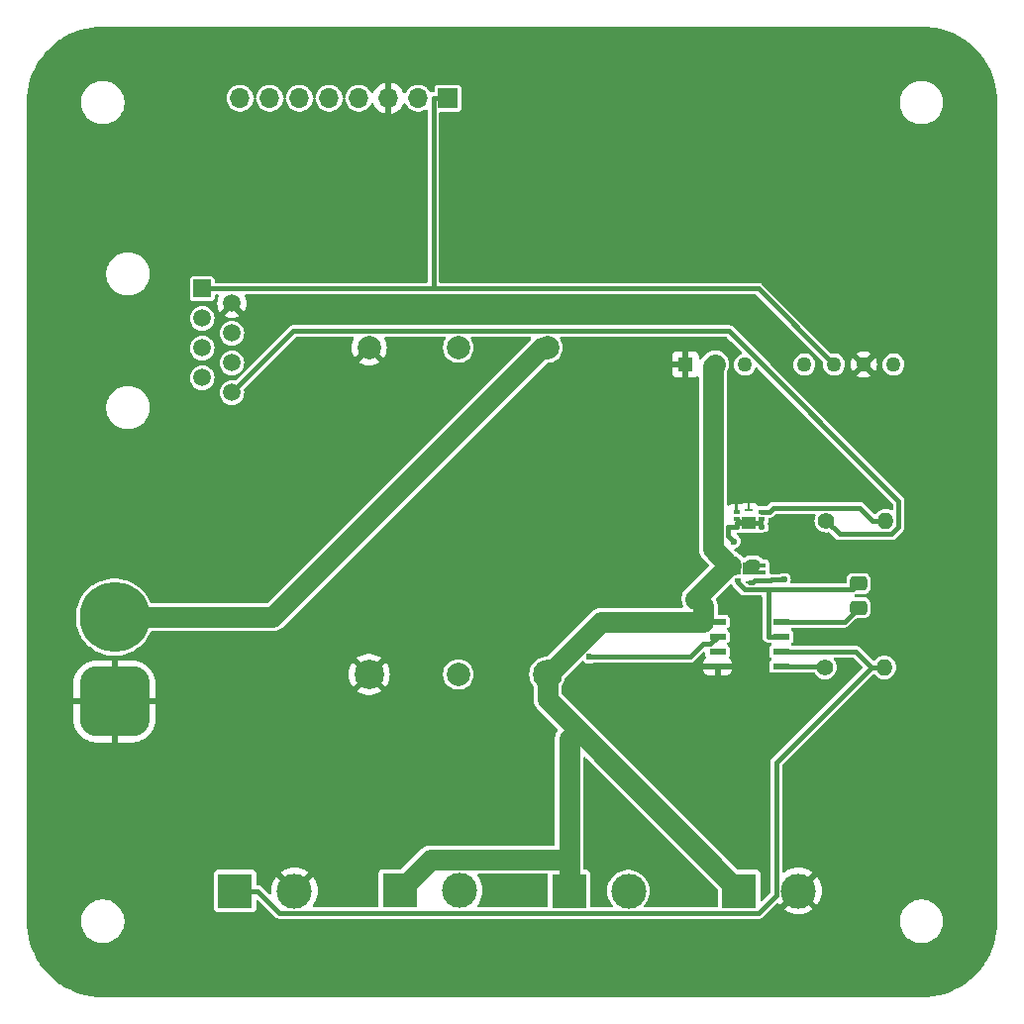
<source format=gbr>
%TF.GenerationSoftware,KiCad,Pcbnew,8.0.1*%
%TF.CreationDate,2024-07-22T19:22:35+02:00*%
%TF.ProjectId,Switch-_and_PowerDistribution-Board,53776974-6368-42d5-9f61-6e645f506f77,rev?*%
%TF.SameCoordinates,Original*%
%TF.FileFunction,Copper,L1,Top*%
%TF.FilePolarity,Positive*%
%FSLAX46Y46*%
G04 Gerber Fmt 4.6, Leading zero omitted, Abs format (unit mm)*
G04 Created by KiCad (PCBNEW 8.0.1) date 2024-07-22 19:22:35*
%MOMM*%
%LPD*%
G01*
G04 APERTURE LIST*
G04 Aperture macros list*
%AMRoundRect*
0 Rectangle with rounded corners*
0 $1 Rounding radius*
0 $2 $3 $4 $5 $6 $7 $8 $9 X,Y pos of 4 corners*
0 Add a 4 corners polygon primitive as box body*
4,1,4,$2,$3,$4,$5,$6,$7,$8,$9,$2,$3,0*
0 Add four circle primitives for the rounded corners*
1,1,$1+$1,$2,$3*
1,1,$1+$1,$4,$5*
1,1,$1+$1,$6,$7*
1,1,$1+$1,$8,$9*
0 Add four rect primitives between the rounded corners*
20,1,$1+$1,$2,$3,$4,$5,0*
20,1,$1+$1,$4,$5,$6,$7,0*
20,1,$1+$1,$6,$7,$8,$9,0*
20,1,$1+$1,$8,$9,$2,$3,0*%
G04 Aperture macros list end*
%TA.AperFunction,Conductor*%
%ADD10C,0.200000*%
%TD*%
%TA.AperFunction,SMDPad,CuDef*%
%ADD11RoundRect,0.250000X0.475000X-0.337500X0.475000X0.337500X-0.475000X0.337500X-0.475000X-0.337500X0*%
%TD*%
%TA.AperFunction,ComponentPad*%
%ADD12R,1.270000X1.270000*%
%TD*%
%TA.AperFunction,ComponentPad*%
%ADD13C,1.270000*%
%TD*%
%TA.AperFunction,ComponentPad*%
%ADD14R,3.000000X3.000000*%
%TD*%
%TA.AperFunction,ComponentPad*%
%ADD15C,3.000000*%
%TD*%
%TA.AperFunction,ComponentPad*%
%ADD16C,1.400000*%
%TD*%
%TA.AperFunction,ComponentPad*%
%ADD17O,1.400000X1.400000*%
%TD*%
%TA.AperFunction,ComponentPad*%
%ADD18R,1.700000X1.700000*%
%TD*%
%TA.AperFunction,ComponentPad*%
%ADD19O,1.700000X1.700000*%
%TD*%
%TA.AperFunction,ComponentPad*%
%ADD20C,2.006600*%
%TD*%
%TA.AperFunction,ComponentPad*%
%ADD21C,2.514600*%
%TD*%
%TA.AperFunction,ComponentPad*%
%ADD22R,1.500000X1.500000*%
%TD*%
%TA.AperFunction,ComponentPad*%
%ADD23C,1.500000*%
%TD*%
%TA.AperFunction,SMDPad,CuDef*%
%ADD24R,0.609600X0.304800*%
%TD*%
%TA.AperFunction,SMDPad,CuDef*%
%ADD25R,1.244600X1.041400*%
%TD*%
%TA.AperFunction,SMDPad,CuDef*%
%ADD26R,0.787400X0.228600*%
%TD*%
%TA.AperFunction,ComponentPad*%
%ADD27RoundRect,1.500000X1.500000X-1.500000X1.500000X1.500000X-1.500000X1.500000X-1.500000X-1.500000X0*%
%TD*%
%TA.AperFunction,ComponentPad*%
%ADD28C,6.000000*%
%TD*%
%TA.AperFunction,SMDPad,CuDef*%
%ADD29R,1.460500X0.533400*%
%TD*%
%TA.AperFunction,ViaPad*%
%ADD30C,0.600000*%
%TD*%
%TA.AperFunction,Conductor*%
%ADD31C,0.400000*%
%TD*%
%TA.AperFunction,Conductor*%
%ADD32C,1.800000*%
%TD*%
%TA.AperFunction,Conductor*%
%ADD33C,0.533200*%
%TD*%
%TA.AperFunction,Conductor*%
%ADD34C,1.041200*%
%TD*%
%TA.AperFunction,Conductor*%
%ADD35C,0.304600*%
%TD*%
G04 APERTURE END LIST*
D10*
%TO.N,GND*%
X114200000Y-95000000D02*
X114200000Y-94000000D01*
X115200000Y-94800000D02*
X115200000Y-94000000D01*
X114200000Y-94000000D02*
X115200000Y-94000000D01*
%TD*%
D11*
%TO.P,C1,1*%
%TO.N,Net-(U3-VBOOST)*%
X124600000Y-103200000D03*
%TO.P,C1,2*%
%TO.N,Net-(U3-GATE)*%
X124600000Y-101125000D03*
%TD*%
D12*
%TO.P,U2,1,-VIN*%
%TO.N,GND*%
X109820000Y-82400000D03*
D13*
%TO.P,U2,2,+VIN*%
%TO.N,+12V*%
X112360000Y-82400000D03*
%TO.P,U2,3,RC*%
%TO.N,unconnected-(U2-RC-Pad3)*%
X114900000Y-82400000D03*
%TO.P,U2,5,NC*%
%TO.N,unconnected-(U2-NC-Pad5)*%
X119980000Y-82400000D03*
%TO.P,U2,6,+VOUT*%
%TO.N,+5V*%
X122520000Y-82400000D03*
%TO.P,U2,7,-VOUT*%
%TO.N,GND*%
X125060000Y-82400000D03*
%TO.P,U2,8,NC*%
%TO.N,unconnected-(U2-NC-Pad8)*%
X127600000Y-82400000D03*
%TD*%
D14*
%TO.P,J2,1,Pin_1*%
%TO.N,Net-(J2-Pin_1)*%
X71320000Y-127400000D03*
D15*
%TO.P,J2,2,Pin_2*%
%TO.N,GND*%
X76400000Y-127400000D03*
%TD*%
D16*
%TO.P,R2,1*%
%TO.N,Hupe*%
X121851700Y-95759200D03*
D17*
%TO.P,R2,2*%
%TO.N,Net-(MOSFET2-Pad3)*%
X126931700Y-95759200D03*
%TD*%
D18*
%TO.P,J3,1,1*%
%TO.N,+5V*%
X89512500Y-59635800D03*
D19*
%TO.P,J3,2,2*%
%TO.N,unconnected-(J3-Pad2)*%
X86972500Y-59635800D03*
%TO.P,J3,3,3*%
%TO.N,GND*%
X84432500Y-59635800D03*
%TO.P,J3,4,4*%
%TO.N,Net-(J1-ADC1)*%
X81892500Y-59635800D03*
%TO.P,J3,5,Pin_4*%
%TO.N,Net-(J1-TX|SDA)*%
X79352500Y-59635800D03*
%TO.P,J3,6,Pin_3*%
%TO.N,Net-(J1-RX|SDA)*%
X76812500Y-59635800D03*
%TO.P,J3,7,Pin_2*%
%TO.N,Net-(J1-ADC2)*%
X74272500Y-59635800D03*
%TO.P,J3,8,Pin_1*%
%TO.N,unconnected-(J3-Pin_1-Pad8)*%
X71732500Y-59635800D03*
%TD*%
D20*
%TO.P,U1,1,+IN*%
%TO.N,Akku_V*%
X98020000Y-80963400D03*
%TO.P,U1,2,RC*%
%TO.N,unconnected-(U1-RC-Pad2)*%
X90400000Y-80963400D03*
%TO.P,U1,3,-IN*%
%TO.N,GND*%
X82780000Y-80963400D03*
D21*
%TO.P,U1,4,-OUT*%
X82780000Y-108903400D03*
D20*
%TO.P,U1,6,VADJ*%
%TO.N,unconnected-(U1-VADJ-Pad6)*%
X90400000Y-108903400D03*
D21*
%TO.P,U1,8,+OUT*%
%TO.N,+12V*%
X98020000Y-108903400D03*
%TD*%
D14*
%TO.P,J6,1,Pin_1*%
%TO.N,+12V*%
X114400000Y-127400000D03*
D15*
%TO.P,J6,2,Pin_2*%
%TO.N,GND*%
X119480000Y-127400000D03*
%TD*%
D22*
%TO.P,J1,1,+5V*%
%TO.N,+5V*%
X68500000Y-75917500D03*
D23*
%TO.P,J1,2,GND*%
%TO.N,GND*%
X71040000Y-77187500D03*
%TO.P,J1,3,ADC2*%
%TO.N,Net-(J1-ADC2)*%
X68500000Y-78457500D03*
%TO.P,J1,4,ADC1*%
%TO.N,Net-(J1-ADC1)*%
X71040000Y-79727500D03*
%TO.P,J1,5,RX|SDA*%
%TO.N,Net-(J1-RX|SDA)*%
X68500000Y-80997500D03*
%TO.P,J1,6,TX|SDA*%
%TO.N,Net-(J1-TX|SDA)*%
X71040000Y-82267500D03*
%TO.P,J1,7,Bremse*%
%TO.N,Bremse*%
X68500000Y-83537500D03*
%TO.P,J1,8,Hupe*%
%TO.N,Hupe*%
X71040000Y-84807500D03*
%TD*%
D24*
%TO.P,MOSFET1,1,1*%
%TO.N,+12V*%
X114291800Y-99550001D03*
%TO.P,MOSFET1,2,2*%
X114291800Y-100200000D03*
%TO.P,MOSFET1,3,3*%
%TO.N,Net-(U3-GATE)*%
X114291800Y-100849999D03*
%TO.P,MOSFET1,4,4*%
%TO.N,Net-(U3-SENSE+)*%
X116400000Y-100849999D03*
%TO.P,MOSFET1,5,5*%
%TO.N,+12V*%
X116400000Y-100200000D03*
%TO.P,MOSFET1,6,6*%
X116400000Y-99550001D03*
D25*
%TO.P,MOSFET1,7,7*%
X115345900Y-99870000D03*
D26*
%TO.P,MOSFET1,8,8*%
%TO.N,Net-(U3-SENSE+)*%
X115345900Y-100985000D03*
%TD*%
D27*
%TO.P,J7,1,Pin_1*%
%TO.N,GND*%
X61000000Y-111200000D03*
D28*
%TO.P,J7,2,Pin_2*%
%TO.N,Akku_V*%
X61000000Y-104000000D03*
%TD*%
D24*
%TO.P,MOSFET2,1,1*%
%TO.N,Net-(J4-Pin_2)*%
X116284200Y-96294999D03*
%TO.P,MOSFET2,2,2*%
X116284200Y-95645000D03*
%TO.P,MOSFET2,3,3*%
%TO.N,Net-(MOSFET2-Pad3)*%
X116284200Y-94995001D03*
%TO.P,MOSFET2,4,4*%
%TO.N,GND*%
X114176000Y-94995001D03*
%TO.P,MOSFET2,5,5*%
%TO.N,Net-(J4-Pin_2)*%
X114176000Y-95645000D03*
%TO.P,MOSFET2,6,6*%
X114176000Y-96294999D03*
D25*
%TO.P,MOSFET2,7,7*%
X115230100Y-95975000D03*
D26*
%TO.P,MOSFET2,8,8*%
%TO.N,GND*%
X115230100Y-94860000D03*
%TD*%
D16*
%TO.P,R1,1*%
%TO.N,Net-(U3-SENSE+)*%
X121744200Y-108295000D03*
D17*
%TO.P,R1,2*%
%TO.N,Net-(J2-Pin_1)*%
X126824200Y-108295000D03*
%TD*%
D29*
%TO.P,U3,1,VDD*%
%TO.N,+12V*%
X112560050Y-104390000D03*
%TO.P,U3,2,INPUT*%
%TO.N,Bremse*%
X112560050Y-105660000D03*
%TO.P,U3,3,CT*%
%TO.N,unconnected-(U3-CT-Pad3)*%
X112560050Y-106930000D03*
%TO.P,U3,4,GND*%
%TO.N,GND*%
X112560050Y-108200000D03*
%TO.P,U3,5,SENSE+*%
%TO.N,Net-(U3-SENSE+)*%
X118008350Y-108200000D03*
%TO.P,U3,6,SENSE-*%
%TO.N,Net-(J2-Pin_1)*%
X118008350Y-106930000D03*
%TO.P,U3,7,GATE*%
%TO.N,Net-(U3-GATE)*%
X118008350Y-105660000D03*
%TO.P,U3,8,VBOOST*%
%TO.N,Net-(U3-VBOOST)*%
X118008350Y-104390000D03*
%TD*%
D14*
%TO.P,J5,1,Pin_1*%
%TO.N,+12V*%
X85400000Y-127350000D03*
D15*
%TO.P,J5,2,Pin_2*%
%TO.N,GND*%
X90480000Y-127350000D03*
%TD*%
D14*
%TO.P,J4,1,Pin_1*%
%TO.N,+12V*%
X99860000Y-127400000D03*
D15*
%TO.P,J4,2,Pin_2*%
%TO.N,Net-(J4-Pin_2)*%
X104940000Y-127400000D03*
%TD*%
D30*
%TO.N,GND*%
X94600000Y-127000000D03*
X109000000Y-126600000D03*
%TO.N,Net-(U3-SENSE+)*%
X118228800Y-100806200D03*
%TO.N,Net-(J4-Pin_2)*%
X113940100Y-97515800D03*
%TO.N,Bremse*%
X101594500Y-107400000D03*
%TD*%
D31*
%TO.N,Net-(MOSFET2-Pad3)*%
X124725400Y-94654600D02*
X125830000Y-95759200D01*
X117331100Y-94654600D02*
X124725400Y-94654600D01*
X116990700Y-94995000D02*
X117331100Y-94654600D01*
X116284200Y-94995000D02*
X116990700Y-94995000D01*
X126931700Y-95759200D02*
X125830000Y-95759200D01*
D32*
%TO.N,Akku_V*%
X74532300Y-104000000D02*
X61000000Y-104000000D01*
X97568900Y-80963400D02*
X74532300Y-104000000D01*
X98020000Y-80963400D02*
X97568900Y-80963400D01*
D31*
%TO.N,Net-(U3-SENSE+)*%
X121649200Y-108200000D02*
X121744200Y-108295000D01*
X118008400Y-108200000D02*
X121649200Y-108200000D01*
X116400000Y-100850000D02*
X115693500Y-100850000D01*
X115558500Y-100985000D02*
X115693500Y-100850000D01*
X115345900Y-100985000D02*
X115558500Y-100985000D01*
X117150300Y-100806200D02*
X117106500Y-100850000D01*
X118228800Y-100806200D02*
X117150300Y-100806200D01*
X116400000Y-100850000D02*
X117106500Y-100850000D01*
%TO.N,Net-(J4-Pin_2)*%
X114718100Y-95975000D02*
X114506000Y-95975000D01*
X114506000Y-95975000D02*
X114206100Y-95975000D01*
X114506000Y-95975000D02*
X114176000Y-95645000D01*
X114974100Y-95975000D02*
X114718100Y-95975000D01*
X114974100Y-95975000D02*
X115230100Y-95975000D01*
X116254100Y-96264900D02*
X116284200Y-96295000D01*
X116254100Y-95975000D02*
X116254100Y-96264900D01*
X115230100Y-95975000D02*
X116254100Y-95975000D01*
X116254100Y-95675100D02*
X116254100Y-95975000D01*
X116284200Y-95645000D02*
X116254100Y-95675100D01*
X114206100Y-96264900D02*
X114176000Y-96295000D01*
X114206100Y-95975000D02*
X114206100Y-96264900D01*
X113469500Y-97045200D02*
X113940100Y-97515800D01*
X113469500Y-96295000D02*
X113469500Y-97045200D01*
X114176000Y-96295000D02*
X113469500Y-96295000D01*
D32*
%TO.N,+12V*%
X98020000Y-108903400D02*
X98020000Y-108903000D01*
X114400000Y-127400000D02*
X100635000Y-113635000D01*
D33*
X112560100Y-104390000D02*
X111363300Y-104390000D01*
D34*
X115374600Y-99841300D02*
X115345900Y-99870000D01*
X115374600Y-99550000D02*
X115374600Y-99841300D01*
D35*
X115742900Y-99550000D02*
X115742900Y-100200000D01*
X116400000Y-99550000D02*
X115742900Y-99550000D01*
D34*
X115742900Y-99550000D02*
X115374600Y-99550000D01*
D35*
X116400000Y-100200000D02*
X115742900Y-100200000D01*
X113634700Y-99550000D02*
X113634700Y-100200000D01*
X114291600Y-99549800D02*
X114291800Y-99550000D01*
X113703000Y-99549800D02*
X114291600Y-99549800D01*
X114291800Y-99550000D02*
X113634700Y-99550000D01*
X114291800Y-100200000D02*
X113634700Y-100200000D01*
D32*
X88019800Y-124730200D02*
X85400000Y-127350000D01*
X99860000Y-124730200D02*
X88019800Y-124730200D01*
X99860000Y-114410000D02*
X99860000Y-124730200D01*
X100635000Y-113635000D02*
X99860000Y-114410000D01*
X99860000Y-124730200D02*
X99860000Y-127400000D01*
X98020000Y-111020000D02*
X98020000Y-109258400D01*
X100635000Y-113635000D02*
X98020000Y-111020000D01*
X98020000Y-109258400D02*
X98020000Y-108903400D01*
X111363300Y-104228500D02*
X111363300Y-103096300D01*
D33*
X110690700Y-102423700D02*
X111363300Y-103096300D01*
X111363300Y-104228500D02*
X111363300Y-104389900D01*
X111363300Y-104389900D02*
X111363300Y-104390000D01*
D32*
X112166000Y-98151200D02*
X113564600Y-99549800D01*
X112166000Y-82594000D02*
X112166000Y-98151200D01*
X112360000Y-82400000D02*
X112166000Y-82594000D01*
X113703000Y-99549800D02*
X113564600Y-99549800D01*
X113564600Y-99549800D02*
X110690700Y-102423700D01*
X98020000Y-108992300D02*
X98020000Y-109258400D01*
X102622400Y-104389900D02*
X98020000Y-108992300D01*
X111363300Y-104389900D02*
X102622400Y-104389900D01*
D31*
%TO.N,Net-(J2-Pin_1)*%
X126824200Y-108295000D02*
X125722500Y-108295000D01*
X124357500Y-106930000D02*
X118008400Y-106930000D01*
X125722500Y-108295000D02*
X124357500Y-106930000D01*
X117578300Y-116439200D02*
X125722500Y-108295000D01*
X117578300Y-127791700D02*
X117578300Y-116439200D01*
X116068300Y-129301700D02*
X117578300Y-127791700D01*
X75123400Y-129301700D02*
X116068300Y-129301700D01*
X73221700Y-127400000D02*
X75123400Y-129301700D01*
X71320000Y-127400000D02*
X73221700Y-127400000D01*
%TO.N,Bremse*%
X111958500Y-106261600D02*
X112560100Y-105660000D01*
X111330300Y-106261600D02*
X111958500Y-106261600D01*
X110191900Y-107400000D02*
X111330300Y-106261600D01*
X101594500Y-107400000D02*
X110191900Y-107400000D01*
%TO.N,Hupe*%
X122986700Y-96894200D02*
X121851700Y-95759200D01*
X127437900Y-96894200D02*
X122986700Y-96894200D01*
X128049300Y-96282800D02*
X127437900Y-96894200D01*
X128049300Y-94061500D02*
X128049300Y-96282800D01*
X114032900Y-80045100D02*
X128049300Y-94061500D01*
X114031000Y-80045100D02*
X114032900Y-80045100D01*
X113521500Y-79535600D02*
X114031000Y-80045100D01*
X76311900Y-79535600D02*
X113521500Y-79535600D01*
X71040000Y-84807500D02*
X76311900Y-79535600D01*
%TO.N,+5V*%
X89512500Y-59635800D02*
X88260800Y-59635800D01*
X88260800Y-75917500D02*
X88260800Y-59635800D01*
X68500000Y-75917500D02*
X88260800Y-75917500D01*
X116037500Y-75917500D02*
X122520000Y-82400000D01*
X88260800Y-75917500D02*
X116037500Y-75917500D01*
%TO.N,Net-(U3-VBOOST)*%
X123410000Y-104390000D02*
X124600000Y-103200000D01*
X118008400Y-104390000D02*
X123410000Y-104390000D01*
%TO.N,Net-(U3-GATE)*%
X118008400Y-105660000D02*
X116876500Y-105660000D01*
X116876500Y-105660000D02*
X116876500Y-101629600D01*
X124095400Y-101629600D02*
X116876500Y-101629600D01*
X124600000Y-101125000D02*
X124095400Y-101629600D01*
X114291800Y-101065300D02*
X114291800Y-100850000D01*
X114856100Y-101629600D02*
X114291800Y-101065300D01*
X116876500Y-101629600D02*
X114856100Y-101629600D01*
%TD*%
%TA.AperFunction,Conductor*%
%TO.N,GND*%
G36*
X98002539Y-125950385D02*
G01*
X98048294Y-126003189D01*
X98059500Y-126054700D01*
X98059501Y-128677200D01*
X98039816Y-128744239D01*
X97987013Y-128789994D01*
X97935501Y-128801200D01*
X92139676Y-128801200D01*
X92072637Y-128781515D01*
X92026882Y-128728711D01*
X92016938Y-128659553D01*
X92040409Y-128602890D01*
X92166803Y-128434046D01*
X92166808Y-128434038D01*
X92303908Y-128182958D01*
X92403890Y-127914895D01*
X92464699Y-127635362D01*
X92485109Y-127350001D01*
X92485109Y-127349998D01*
X92464699Y-127064637D01*
X92403890Y-126785104D01*
X92303908Y-126517041D01*
X92166808Y-126265961D01*
X92166803Y-126265953D01*
X92064289Y-126129010D01*
X92039872Y-126063546D01*
X92054724Y-125995273D01*
X92104129Y-125945868D01*
X92163556Y-125930700D01*
X97935500Y-125930700D01*
X98002539Y-125950385D01*
G37*
%TD.AperFunction*%
%TA.AperFunction,Conductor*%
G36*
X101265703Y-115963912D02*
G01*
X101272181Y-115969944D01*
X112563181Y-127260944D01*
X112596666Y-127322267D01*
X112599500Y-127348625D01*
X112599500Y-128023503D01*
X112599501Y-128677200D01*
X112579816Y-128744239D01*
X112527013Y-128789994D01*
X112475501Y-128801200D01*
X106382995Y-128801200D01*
X106315956Y-128781515D01*
X106270201Y-128728711D01*
X106260257Y-128659553D01*
X106286048Y-128599887D01*
X106431815Y-128417102D01*
X106566743Y-128183398D01*
X106665334Y-127932195D01*
X106725383Y-127669103D01*
X106745549Y-127400000D01*
X106735128Y-127260944D01*
X106725383Y-127130898D01*
X106721672Y-127114637D01*
X106665334Y-126867805D01*
X106566743Y-126616602D01*
X106431815Y-126382898D01*
X106263561Y-126171915D01*
X106263560Y-126171914D01*
X106263557Y-126171910D01*
X106065741Y-125988365D01*
X106034432Y-125967019D01*
X105842775Y-125836349D01*
X105842769Y-125836346D01*
X105842768Y-125836345D01*
X105842767Y-125836344D01*
X105599643Y-125719263D01*
X105599645Y-125719263D01*
X105341773Y-125639720D01*
X105341767Y-125639718D01*
X105074936Y-125599500D01*
X105074929Y-125599500D01*
X104805071Y-125599500D01*
X104805063Y-125599500D01*
X104538232Y-125639718D01*
X104538226Y-125639720D01*
X104280358Y-125719262D01*
X104037230Y-125836346D01*
X103814258Y-125988365D01*
X103616442Y-126171910D01*
X103448185Y-126382898D01*
X103313258Y-126616599D01*
X103313256Y-126616603D01*
X103214666Y-126867804D01*
X103214664Y-126867811D01*
X103154616Y-127130898D01*
X103134451Y-127399995D01*
X103134451Y-127400004D01*
X103154616Y-127669101D01*
X103214664Y-127932188D01*
X103214666Y-127932195D01*
X103313256Y-128183396D01*
X103313258Y-128183400D01*
X103333404Y-128218294D01*
X103448185Y-128417102D01*
X103593952Y-128599887D01*
X103620360Y-128664574D01*
X103607605Y-128733269D01*
X103559734Y-128784163D01*
X103497005Y-128801200D01*
X101784500Y-128801200D01*
X101717461Y-128781515D01*
X101671706Y-128728711D01*
X101660500Y-128677200D01*
X101660499Y-125855143D01*
X101660499Y-125855136D01*
X101660497Y-125855117D01*
X101657586Y-125830012D01*
X101657585Y-125830010D01*
X101657585Y-125830009D01*
X101612206Y-125727235D01*
X101532765Y-125647794D01*
X101514475Y-125639718D01*
X101429992Y-125602415D01*
X101404868Y-125599500D01*
X101404865Y-125599500D01*
X101184500Y-125599500D01*
X101117461Y-125579815D01*
X101071706Y-125527011D01*
X101060500Y-125475500D01*
X101060500Y-116057625D01*
X101080185Y-115990586D01*
X101132989Y-115944831D01*
X101202147Y-115934887D01*
X101265703Y-115963912D01*
G37*
%TD.AperFunction*%
%TA.AperFunction,Conductor*%
G36*
X113729230Y-101185446D02*
G01*
X113773577Y-101213947D01*
X113822360Y-101262730D01*
X113820437Y-101264652D01*
X113843089Y-101289111D01*
X113891300Y-101372614D01*
X114455600Y-101936914D01*
X114548786Y-102030100D01*
X114662914Y-102095992D01*
X114790208Y-102130100D01*
X116252000Y-102130100D01*
X116319039Y-102149785D01*
X116364794Y-102202589D01*
X116376000Y-102254100D01*
X116376000Y-105725891D01*
X116410108Y-105853187D01*
X116414677Y-105861100D01*
X116476000Y-105967314D01*
X116569186Y-106060500D01*
X116683314Y-106126392D01*
X116810608Y-106160500D01*
X116942392Y-106160500D01*
X117040068Y-106160500D01*
X117093920Y-106176313D01*
X117094825Y-106174265D01*
X117105334Y-106178905D01*
X117105335Y-106178906D01*
X117111360Y-106181566D01*
X117164736Y-106226652D01*
X117185263Y-106293438D01*
X117166425Y-106360720D01*
X117114201Y-106407137D01*
X117111379Y-106408425D01*
X117108979Y-106409484D01*
X117105334Y-106411094D01*
X117025894Y-106490534D01*
X116980515Y-106593306D01*
X116980515Y-106593308D01*
X116977600Y-106618431D01*
X116977600Y-107241556D01*
X116977602Y-107241582D01*
X116980513Y-107266687D01*
X116980515Y-107266691D01*
X117025893Y-107369464D01*
X117025894Y-107369465D01*
X117105335Y-107448906D01*
X117111360Y-107451566D01*
X117164736Y-107496652D01*
X117185263Y-107563438D01*
X117166425Y-107630720D01*
X117114201Y-107677137D01*
X117111379Y-107678425D01*
X117108979Y-107679484D01*
X117105334Y-107681094D01*
X117025894Y-107760534D01*
X116980515Y-107863306D01*
X116980515Y-107863308D01*
X116977600Y-107888431D01*
X116977600Y-108511556D01*
X116977602Y-108511582D01*
X116980513Y-108536687D01*
X116980515Y-108536691D01*
X117025893Y-108639464D01*
X117025894Y-108639465D01*
X117105335Y-108718906D01*
X117208109Y-108764285D01*
X117233235Y-108767200D01*
X118783464Y-108767199D01*
X118783479Y-108767197D01*
X118783482Y-108767197D01*
X118808587Y-108764286D01*
X118808588Y-108764285D01*
X118808591Y-108764285D01*
X118911365Y-108718906D01*
X118911365Y-108718905D01*
X118921876Y-108714265D01*
X118923011Y-108716837D01*
X118972987Y-108700554D01*
X118976632Y-108700500D01*
X120752167Y-108700500D01*
X120819206Y-108720185D01*
X120861525Y-108766047D01*
X120908290Y-108853539D01*
X121033316Y-109005883D01*
X121185660Y-109130909D01*
X121185667Y-109130913D01*
X121359466Y-109223811D01*
X121359469Y-109223811D01*
X121359473Y-109223814D01*
X121548068Y-109281024D01*
X121744200Y-109300341D01*
X121940332Y-109281024D01*
X122128927Y-109223814D01*
X122302738Y-109130910D01*
X122455083Y-109005883D01*
X122580110Y-108853538D01*
X122673014Y-108679727D01*
X122730224Y-108491132D01*
X122749541Y-108295000D01*
X122730224Y-108098868D01*
X122673014Y-107910273D01*
X122673011Y-107910269D01*
X122673011Y-107910266D01*
X122580113Y-107736467D01*
X122580109Y-107736460D01*
X122495336Y-107633165D01*
X122468023Y-107568855D01*
X122479814Y-107499988D01*
X122526966Y-107448427D01*
X122591189Y-107430500D01*
X124098824Y-107430500D01*
X124165863Y-107450185D01*
X124186505Y-107466819D01*
X124927005Y-108207319D01*
X124960490Y-108268642D01*
X124955506Y-108338334D01*
X124927005Y-108382681D01*
X117177802Y-116131883D01*
X117177800Y-116131886D01*
X117111908Y-116246012D01*
X117077800Y-116373308D01*
X117077800Y-127533023D01*
X117058115Y-127600062D01*
X117041481Y-127620704D01*
X116412180Y-128250005D01*
X116350857Y-128283490D01*
X116281165Y-128278506D01*
X116225232Y-128236634D01*
X116200815Y-128171170D01*
X116200499Y-128162324D01*
X116200499Y-125855143D01*
X116200499Y-125855136D01*
X116200497Y-125855117D01*
X116197586Y-125830012D01*
X116197585Y-125830010D01*
X116197585Y-125830009D01*
X116152206Y-125727235D01*
X116072765Y-125647794D01*
X116054475Y-125639718D01*
X115969992Y-125602415D01*
X115944868Y-125599500D01*
X115944865Y-125599500D01*
X114348625Y-125599500D01*
X114281586Y-125579815D01*
X114260944Y-125563181D01*
X101417074Y-112719310D01*
X99256819Y-110559055D01*
X99223334Y-110497732D01*
X99220500Y-110471374D01*
X99220500Y-109942193D01*
X99240185Y-109875154D01*
X99250210Y-109861661D01*
X99284184Y-109821883D01*
X99412302Y-109612813D01*
X99506137Y-109386275D01*
X99555583Y-109180319D01*
X99588473Y-109121589D01*
X100260062Y-108450000D01*
X111329800Y-108450000D01*
X111329800Y-108514544D01*
X111336201Y-108574072D01*
X111336203Y-108574079D01*
X111386445Y-108708786D01*
X111386449Y-108708793D01*
X111472609Y-108823887D01*
X111472612Y-108823890D01*
X111587706Y-108910050D01*
X111587713Y-108910054D01*
X111722420Y-108960296D01*
X111722427Y-108960298D01*
X111781955Y-108966699D01*
X111781972Y-108966700D01*
X112310050Y-108966700D01*
X112310050Y-108450000D01*
X112810050Y-108450000D01*
X112810050Y-108966700D01*
X113338128Y-108966700D01*
X113338144Y-108966699D01*
X113397672Y-108960298D01*
X113397679Y-108960296D01*
X113532386Y-108910054D01*
X113532393Y-108910050D01*
X113647487Y-108823890D01*
X113647490Y-108823887D01*
X113733650Y-108708793D01*
X113733654Y-108708786D01*
X113783896Y-108574079D01*
X113783898Y-108574072D01*
X113790299Y-108514544D01*
X113790300Y-108514527D01*
X113790300Y-108450000D01*
X112810050Y-108450000D01*
X112310050Y-108450000D01*
X111329800Y-108450000D01*
X100260062Y-108450000D01*
X100942743Y-107767319D01*
X101004064Y-107733836D01*
X101073756Y-107738820D01*
X101128797Y-107779515D01*
X101166215Y-107828279D01*
X101166216Y-107828280D01*
X101166218Y-107828282D01*
X101291659Y-107924536D01*
X101437738Y-107985044D01*
X101516119Y-107995363D01*
X101594499Y-108005682D01*
X101594500Y-108005682D01*
X101594501Y-108005682D01*
X101646754Y-107998802D01*
X101751262Y-107985044D01*
X101897341Y-107924536D01*
X101897345Y-107924532D01*
X101904376Y-107920474D01*
X101905382Y-107922216D01*
X101960432Y-107900931D01*
X101970757Y-107900500D01*
X110257790Y-107900500D01*
X110257792Y-107900500D01*
X110385086Y-107866392D01*
X110499214Y-107800500D01*
X111317621Y-106982091D01*
X111378942Y-106948608D01*
X111448633Y-106953592D01*
X111504567Y-106995463D01*
X111528984Y-107060928D01*
X111529300Y-107069773D01*
X111529300Y-107241555D01*
X111529302Y-107241582D01*
X111532213Y-107266686D01*
X111532214Y-107266690D01*
X111532215Y-107266691D01*
X111577594Y-107369465D01*
X111580246Y-107375470D01*
X111589317Y-107444748D01*
X111559493Y-107507933D01*
X111541123Y-107524822D01*
X111472609Y-107576112D01*
X111386449Y-107691206D01*
X111386445Y-107691213D01*
X111336203Y-107825920D01*
X111336201Y-107825927D01*
X111329800Y-107885455D01*
X111329800Y-107950000D01*
X113790300Y-107950000D01*
X113790300Y-107885472D01*
X113790299Y-107885455D01*
X113783898Y-107825927D01*
X113783896Y-107825920D01*
X113733654Y-107691213D01*
X113733650Y-107691206D01*
X113647490Y-107576112D01*
X113578976Y-107524822D01*
X113537106Y-107468888D01*
X113532122Y-107399197D01*
X113539854Y-107375469D01*
X113542504Y-107369466D01*
X113542506Y-107369465D01*
X113587885Y-107266691D01*
X113590800Y-107241565D01*
X113590799Y-106618436D01*
X113590797Y-106618417D01*
X113587886Y-106593312D01*
X113587885Y-106593310D01*
X113587885Y-106593309D01*
X113542506Y-106490535D01*
X113463065Y-106411094D01*
X113457035Y-106408431D01*
X113403661Y-106363344D01*
X113383136Y-106296557D01*
X113401976Y-106229276D01*
X113454201Y-106182861D01*
X113456931Y-106181614D01*
X113463065Y-106178906D01*
X113542506Y-106099465D01*
X113587885Y-105996691D01*
X113590800Y-105971565D01*
X113590799Y-105348436D01*
X113590797Y-105348417D01*
X113587886Y-105323312D01*
X113587885Y-105323310D01*
X113587885Y-105323309D01*
X113542506Y-105220535D01*
X113463065Y-105141094D01*
X113457035Y-105138431D01*
X113403661Y-105093344D01*
X113383136Y-105026557D01*
X113401976Y-104959276D01*
X113454201Y-104912861D01*
X113456931Y-104911614D01*
X113463065Y-104908906D01*
X113542506Y-104829465D01*
X113587885Y-104726691D01*
X113590800Y-104701565D01*
X113590799Y-104078436D01*
X113590676Y-104077377D01*
X113587886Y-104053312D01*
X113587885Y-104053310D01*
X113587885Y-104053309D01*
X113542506Y-103950535D01*
X113463065Y-103871094D01*
X113422496Y-103853181D01*
X113360292Y-103825715D01*
X113335168Y-103822800D01*
X113335165Y-103822800D01*
X112687800Y-103822800D01*
X112620761Y-103803115D01*
X112575006Y-103750311D01*
X112563800Y-103698800D01*
X112563800Y-103001813D01*
X112534240Y-102815181D01*
X112475845Y-102635463D01*
X112446975Y-102578803D01*
X112415770Y-102517561D01*
X112402875Y-102448894D01*
X112429151Y-102384154D01*
X112438566Y-102373596D01*
X113598217Y-101213945D01*
X113659538Y-101180462D01*
X113729230Y-101185446D01*
G37*
%TD.AperFunction*%
%TA.AperFunction,Conductor*%
G36*
X130002324Y-53500587D02*
G01*
X130042259Y-53502081D01*
X130481082Y-53518500D01*
X130490306Y-53519192D01*
X130964101Y-53572575D01*
X130973247Y-53573954D01*
X131335901Y-53642572D01*
X131441708Y-53662592D01*
X131450749Y-53664655D01*
X131624139Y-53711114D01*
X131911287Y-53788056D01*
X131920133Y-53790784D01*
X132370158Y-53948255D01*
X132378778Y-53951637D01*
X132622667Y-54058045D01*
X132815784Y-54142302D01*
X132824138Y-54146326D01*
X133245640Y-54369096D01*
X133253671Y-54373732D01*
X133657371Y-54627393D01*
X133665033Y-54632617D01*
X134048641Y-54915732D01*
X134055883Y-54921508D01*
X134417275Y-55232511D01*
X134424072Y-55238818D01*
X134761181Y-55575927D01*
X134767488Y-55582724D01*
X135078491Y-55944116D01*
X135084273Y-55951366D01*
X135367382Y-56334966D01*
X135372606Y-56342628D01*
X135626267Y-56746328D01*
X135630903Y-56754359D01*
X135853673Y-57175861D01*
X135857697Y-57184215D01*
X136048359Y-57621215D01*
X136051747Y-57629848D01*
X136209212Y-58079859D01*
X136211945Y-58088719D01*
X136335344Y-58549250D01*
X136337407Y-58558291D01*
X136426043Y-59026741D01*
X136427425Y-59035910D01*
X136480806Y-59509681D01*
X136481499Y-59518928D01*
X136499413Y-59997674D01*
X136499500Y-60002311D01*
X136499500Y-129997688D01*
X136499413Y-130002325D01*
X136481499Y-130481071D01*
X136480806Y-130490318D01*
X136427425Y-130964089D01*
X136426043Y-130973258D01*
X136337407Y-131441708D01*
X136335344Y-131450749D01*
X136211945Y-131911280D01*
X136209212Y-131920140D01*
X136051747Y-132370151D01*
X136048359Y-132378784D01*
X135857697Y-132815784D01*
X135853673Y-132824138D01*
X135630903Y-133245640D01*
X135626267Y-133253671D01*
X135372606Y-133657371D01*
X135367382Y-133665033D01*
X135084273Y-134048633D01*
X135078491Y-134055883D01*
X134767488Y-134417275D01*
X134761181Y-134424072D01*
X134424072Y-134761181D01*
X134417275Y-134767488D01*
X134055883Y-135078491D01*
X134048633Y-135084273D01*
X133665033Y-135367382D01*
X133657371Y-135372606D01*
X133253671Y-135626267D01*
X133245640Y-135630903D01*
X132824138Y-135853673D01*
X132815784Y-135857697D01*
X132378784Y-136048359D01*
X132370151Y-136051747D01*
X131920140Y-136209212D01*
X131911280Y-136211945D01*
X131450749Y-136335344D01*
X131441708Y-136337407D01*
X130973258Y-136426043D01*
X130964089Y-136427425D01*
X130490318Y-136480806D01*
X130481071Y-136481499D01*
X130002325Y-136499413D01*
X129997688Y-136499500D01*
X60002312Y-136499500D01*
X59997675Y-136499413D01*
X59518928Y-136481499D01*
X59509681Y-136480806D01*
X59035910Y-136427425D01*
X59026741Y-136426043D01*
X58558291Y-136337407D01*
X58549250Y-136335344D01*
X58088719Y-136211945D01*
X58079859Y-136209212D01*
X57629848Y-136051747D01*
X57621215Y-136048359D01*
X57184215Y-135857697D01*
X57175861Y-135853673D01*
X56754359Y-135630903D01*
X56746328Y-135626267D01*
X56342628Y-135372606D01*
X56334966Y-135367382D01*
X55951366Y-135084273D01*
X55944116Y-135078491D01*
X55582724Y-134767488D01*
X55575927Y-134761181D01*
X55238818Y-134424072D01*
X55232511Y-134417275D01*
X54921508Y-134055883D01*
X54915726Y-134048633D01*
X54632617Y-133665033D01*
X54627393Y-133657371D01*
X54373732Y-133253671D01*
X54369096Y-133245640D01*
X54146326Y-132824138D01*
X54142302Y-132815784D01*
X53951640Y-132378784D01*
X53948252Y-132370151D01*
X53790787Y-131920140D01*
X53788054Y-131911280D01*
X53752043Y-131776887D01*
X53711114Y-131624139D01*
X53664655Y-131450749D01*
X53662592Y-131441708D01*
X53642572Y-131335901D01*
X53573954Y-130973247D01*
X53572574Y-130964089D01*
X53556363Y-130820214D01*
X53519192Y-130490306D01*
X53518500Y-130481070D01*
X53505038Y-130121288D01*
X58149500Y-130121288D01*
X58181161Y-130361785D01*
X58243947Y-130596104D01*
X58314934Y-130767480D01*
X58336776Y-130820212D01*
X58458064Y-131030289D01*
X58458066Y-131030292D01*
X58458067Y-131030293D01*
X58605733Y-131222736D01*
X58605739Y-131222743D01*
X58777256Y-131394260D01*
X58777263Y-131394266D01*
X58890321Y-131481018D01*
X58969711Y-131541936D01*
X59179788Y-131663224D01*
X59403900Y-131756054D01*
X59638211Y-131818838D01*
X59818586Y-131842584D01*
X59878711Y-131850500D01*
X59878712Y-131850500D01*
X60121289Y-131850500D01*
X60169388Y-131844167D01*
X60361789Y-131818838D01*
X60596100Y-131756054D01*
X60820212Y-131663224D01*
X61030289Y-131541936D01*
X61222738Y-131394265D01*
X61394265Y-131222738D01*
X61541936Y-131030289D01*
X61663224Y-130820212D01*
X61756054Y-130596100D01*
X61818838Y-130361789D01*
X61850500Y-130121288D01*
X128149500Y-130121288D01*
X128181161Y-130361785D01*
X128243947Y-130596104D01*
X128314934Y-130767480D01*
X128336776Y-130820212D01*
X128458064Y-131030289D01*
X128458066Y-131030292D01*
X128458067Y-131030293D01*
X128605733Y-131222736D01*
X128605739Y-131222743D01*
X128777256Y-131394260D01*
X128777263Y-131394266D01*
X128890321Y-131481018D01*
X128969711Y-131541936D01*
X129179788Y-131663224D01*
X129403900Y-131756054D01*
X129638211Y-131818838D01*
X129818586Y-131842584D01*
X129878711Y-131850500D01*
X129878712Y-131850500D01*
X130121289Y-131850500D01*
X130169388Y-131844167D01*
X130361789Y-131818838D01*
X130596100Y-131756054D01*
X130820212Y-131663224D01*
X131030289Y-131541936D01*
X131222738Y-131394265D01*
X131394265Y-131222738D01*
X131541936Y-131030289D01*
X131663224Y-130820212D01*
X131756054Y-130596100D01*
X131818838Y-130361789D01*
X131850500Y-130121288D01*
X131850500Y-129878712D01*
X131818838Y-129638211D01*
X131756054Y-129403900D01*
X131663224Y-129179788D01*
X131541936Y-128969711D01*
X131404035Y-128789994D01*
X131394266Y-128777263D01*
X131394260Y-128777256D01*
X131222743Y-128605739D01*
X131222736Y-128605733D01*
X131030293Y-128458067D01*
X131030292Y-128458066D01*
X131030289Y-128458064D01*
X130820212Y-128336776D01*
X130745852Y-128305975D01*
X130596104Y-128243947D01*
X130369533Y-128183237D01*
X130361789Y-128181162D01*
X130361788Y-128181161D01*
X130361785Y-128181161D01*
X130121289Y-128149500D01*
X130121288Y-128149500D01*
X129878712Y-128149500D01*
X129878711Y-128149500D01*
X129638214Y-128181161D01*
X129403895Y-128243947D01*
X129179794Y-128336773D01*
X129179785Y-128336777D01*
X128969706Y-128458067D01*
X128777263Y-128605733D01*
X128777256Y-128605739D01*
X128605739Y-128777256D01*
X128605733Y-128777263D01*
X128458067Y-128969706D01*
X128336777Y-129179785D01*
X128336773Y-129179794D01*
X128243947Y-129403895D01*
X128181161Y-129638214D01*
X128149500Y-129878711D01*
X128149500Y-130121288D01*
X61850500Y-130121288D01*
X61850500Y-129878712D01*
X61818838Y-129638211D01*
X61756054Y-129403900D01*
X61663224Y-129179788D01*
X61541936Y-128969711D01*
X61404035Y-128789994D01*
X61394266Y-128777263D01*
X61394260Y-128777256D01*
X61222743Y-128605739D01*
X61222736Y-128605733D01*
X61030293Y-128458067D01*
X61030292Y-128458066D01*
X61030289Y-128458064D01*
X60820212Y-128336776D01*
X60745852Y-128305975D01*
X60596104Y-128243947D01*
X60369533Y-128183237D01*
X60361789Y-128181162D01*
X60361788Y-128181161D01*
X60361785Y-128181161D01*
X60121289Y-128149500D01*
X60121288Y-128149500D01*
X59878712Y-128149500D01*
X59878711Y-128149500D01*
X59638214Y-128181161D01*
X59403895Y-128243947D01*
X59179794Y-128336773D01*
X59179785Y-128336777D01*
X58969706Y-128458067D01*
X58777263Y-128605733D01*
X58777256Y-128605739D01*
X58605739Y-128777256D01*
X58605733Y-128777263D01*
X58458067Y-128969706D01*
X58336777Y-129179785D01*
X58336773Y-129179794D01*
X58243947Y-129403895D01*
X58181161Y-129638214D01*
X58149500Y-129878711D01*
X58149500Y-130121288D01*
X53505038Y-130121288D01*
X53500587Y-130002324D01*
X53500500Y-129997688D01*
X53500500Y-112771436D01*
X57500000Y-112771436D01*
X57515300Y-112985362D01*
X57576109Y-113264895D01*
X57676091Y-113532958D01*
X57813191Y-113784038D01*
X57813192Y-113784039D01*
X57984639Y-114013065D01*
X57984649Y-114013077D01*
X58186922Y-114215350D01*
X58186934Y-114215360D01*
X58415960Y-114386807D01*
X58415961Y-114386808D01*
X58667042Y-114523908D01*
X58667041Y-114523908D01*
X58935104Y-114623890D01*
X59214637Y-114684699D01*
X59428563Y-114699999D01*
X59428566Y-114700000D01*
X60750000Y-114700000D01*
X60750000Y-113436502D01*
X60852527Y-113450000D01*
X61147473Y-113450000D01*
X61250000Y-113436502D01*
X61250000Y-114700000D01*
X62571434Y-114700000D01*
X62571436Y-114699999D01*
X62785362Y-114684699D01*
X63064895Y-114623890D01*
X63332958Y-114523908D01*
X63584038Y-114386808D01*
X63584039Y-114386807D01*
X63813065Y-114215360D01*
X63813077Y-114215350D01*
X64015350Y-114013077D01*
X64015360Y-114013065D01*
X64186807Y-113784039D01*
X64186808Y-113784038D01*
X64323908Y-113532958D01*
X64423890Y-113264895D01*
X64484699Y-112985362D01*
X64499999Y-112771436D01*
X64500000Y-112771434D01*
X64500000Y-111450000D01*
X63236502Y-111450000D01*
X63250000Y-111347473D01*
X63250000Y-111052527D01*
X63236502Y-110950000D01*
X64500000Y-110950000D01*
X64500000Y-109628566D01*
X64499999Y-109628563D01*
X64484699Y-109414637D01*
X64423890Y-109135104D01*
X64337470Y-108903403D01*
X81017772Y-108903403D01*
X81037454Y-109166045D01*
X81037454Y-109166046D01*
X81096062Y-109422828D01*
X81192287Y-109668002D01*
X81192286Y-109668002D01*
X81323978Y-109896097D01*
X81372679Y-109957166D01*
X81915046Y-109414799D01*
X82000686Y-109542967D01*
X82140433Y-109682714D01*
X82268599Y-109768352D01*
X81725577Y-110311373D01*
X81898890Y-110429536D01*
X82136185Y-110543811D01*
X82387865Y-110621444D01*
X82387871Y-110621446D01*
X82648301Y-110660699D01*
X82648310Y-110660700D01*
X82911690Y-110660700D01*
X82911698Y-110660699D01*
X83172128Y-110621446D01*
X83172134Y-110621444D01*
X83423814Y-110543811D01*
X83661117Y-110429532D01*
X83834421Y-110311373D01*
X83291399Y-109768352D01*
X83419567Y-109682714D01*
X83559314Y-109542967D01*
X83644952Y-109414799D01*
X84187320Y-109957167D01*
X84236020Y-109896097D01*
X84367712Y-109668002D01*
X84463937Y-109422828D01*
X84522545Y-109166046D01*
X84522545Y-109166045D01*
X84542228Y-108903403D01*
X84542228Y-108903401D01*
X89091220Y-108903401D01*
X89111102Y-109130661D01*
X89111104Y-109130672D01*
X89170146Y-109351021D01*
X89170148Y-109351025D01*
X89170149Y-109351029D01*
X89241821Y-109504731D01*
X89266562Y-109557788D01*
X89266563Y-109557790D01*
X89397417Y-109744670D01*
X89558729Y-109905982D01*
X89586494Y-109925423D01*
X89745610Y-110036837D01*
X89952371Y-110133251D01*
X90172733Y-110192297D01*
X90335066Y-110206499D01*
X90399998Y-110212180D01*
X90400000Y-110212180D01*
X90400002Y-110212180D01*
X90456816Y-110207209D01*
X90627267Y-110192297D01*
X90847629Y-110133251D01*
X91054390Y-110036837D01*
X91241268Y-109905984D01*
X91402584Y-109744668D01*
X91533437Y-109557790D01*
X91629851Y-109351029D01*
X91688897Y-109130667D01*
X91708780Y-108903400D01*
X91708071Y-108895300D01*
X91691754Y-108708793D01*
X91688897Y-108676133D01*
X91629851Y-108455771D01*
X91533437Y-108249010D01*
X91402584Y-108062132D01*
X91402582Y-108062129D01*
X91241270Y-107900817D01*
X91054390Y-107769963D01*
X91054388Y-107769962D01*
X90982557Y-107736467D01*
X90847629Y-107673549D01*
X90847625Y-107673548D01*
X90847621Y-107673546D01*
X90627272Y-107614504D01*
X90627268Y-107614503D01*
X90627267Y-107614503D01*
X90627266Y-107614502D01*
X90627261Y-107614502D01*
X90400002Y-107594620D01*
X90399998Y-107594620D01*
X90172738Y-107614502D01*
X90172727Y-107614504D01*
X89952378Y-107673546D01*
X89952371Y-107673548D01*
X89952371Y-107673549D01*
X89941899Y-107678432D01*
X89745611Y-107769962D01*
X89745609Y-107769963D01*
X89558729Y-107900817D01*
X89397417Y-108062129D01*
X89266563Y-108249009D01*
X89266562Y-108249011D01*
X89170150Y-108455769D01*
X89170146Y-108455778D01*
X89111104Y-108676127D01*
X89111102Y-108676138D01*
X89091220Y-108903398D01*
X89091220Y-108903401D01*
X84542228Y-108903401D01*
X84542228Y-108903396D01*
X84522545Y-108640754D01*
X84522545Y-108640753D01*
X84463937Y-108383971D01*
X84367712Y-108138797D01*
X84367713Y-108138797D01*
X84236021Y-107910702D01*
X84187320Y-107849631D01*
X83644952Y-108391999D01*
X83559314Y-108263833D01*
X83419567Y-108124086D01*
X83291399Y-108038447D01*
X83834421Y-107495425D01*
X83661109Y-107377263D01*
X83423814Y-107262988D01*
X83172134Y-107185355D01*
X83172128Y-107185353D01*
X82911698Y-107146100D01*
X82648301Y-107146100D01*
X82387871Y-107185353D01*
X82387865Y-107185355D01*
X82136185Y-107262988D01*
X81898889Y-107377264D01*
X81898885Y-107377266D01*
X81725577Y-107495425D01*
X82268600Y-108038447D01*
X82140433Y-108124086D01*
X82000686Y-108263833D01*
X81915047Y-108392000D01*
X81372679Y-107849632D01*
X81372678Y-107849632D01*
X81323981Y-107910698D01*
X81192287Y-108138797D01*
X81096062Y-108383971D01*
X81037454Y-108640753D01*
X81037454Y-108640754D01*
X81017772Y-108903396D01*
X81017772Y-108903403D01*
X64337470Y-108903403D01*
X64323908Y-108867041D01*
X64186808Y-108615961D01*
X64186807Y-108615960D01*
X64015360Y-108386934D01*
X64015350Y-108386922D01*
X63813077Y-108184649D01*
X63813065Y-108184639D01*
X63584039Y-108013192D01*
X63584038Y-108013191D01*
X63332957Y-107876091D01*
X63332958Y-107876091D01*
X63064895Y-107776109D01*
X62785362Y-107715300D01*
X62571436Y-107700000D01*
X61250000Y-107700000D01*
X61250000Y-108963497D01*
X61147473Y-108950000D01*
X60852527Y-108950000D01*
X60750000Y-108963497D01*
X60750000Y-107700000D01*
X59428563Y-107700000D01*
X59214637Y-107715300D01*
X58935104Y-107776109D01*
X58667041Y-107876091D01*
X58415961Y-108013191D01*
X58415960Y-108013192D01*
X58186934Y-108184639D01*
X58186922Y-108184649D01*
X57984649Y-108386922D01*
X57984639Y-108386934D01*
X57813192Y-108615960D01*
X57813191Y-108615961D01*
X57676091Y-108867041D01*
X57576109Y-109135104D01*
X57515300Y-109414637D01*
X57500000Y-109628563D01*
X57500000Y-110950000D01*
X58763498Y-110950000D01*
X58750000Y-111052527D01*
X58750000Y-111347473D01*
X58763498Y-111450000D01*
X57500000Y-111450000D01*
X57500000Y-112771436D01*
X53500500Y-112771436D01*
X53500500Y-104000002D01*
X57694652Y-104000002D01*
X57714028Y-104357368D01*
X57714029Y-104357385D01*
X57771926Y-104710539D01*
X57771932Y-104710565D01*
X57867672Y-105055392D01*
X57867674Y-105055399D01*
X58000142Y-105387870D01*
X58000151Y-105387888D01*
X58167784Y-105704077D01*
X58167787Y-105704082D01*
X58167789Y-105704085D01*
X58182574Y-105725892D01*
X58368634Y-106000309D01*
X58368641Y-106000319D01*
X58561355Y-106227199D01*
X58600332Y-106273086D01*
X58860163Y-106519211D01*
X58860170Y-106519216D01*
X58860172Y-106519218D01*
X58887051Y-106539651D01*
X59145081Y-106735800D01*
X59451747Y-106920315D01*
X59451749Y-106920316D01*
X59451751Y-106920317D01*
X59451755Y-106920319D01*
X59755679Y-107060928D01*
X59776565Y-107070591D01*
X60115726Y-107184868D01*
X60465254Y-107261805D01*
X60821052Y-107300500D01*
X60821058Y-107300500D01*
X61178942Y-107300500D01*
X61178948Y-107300500D01*
X61534746Y-107261805D01*
X61884274Y-107184868D01*
X62223435Y-107070591D01*
X62548253Y-106920315D01*
X62854919Y-106735800D01*
X63139837Y-106519211D01*
X63399668Y-106273086D01*
X63631365Y-106000311D01*
X63832211Y-105704085D01*
X63999853Y-105387880D01*
X64015569Y-105348436D01*
X64043393Y-105278603D01*
X64086493Y-105223611D01*
X64152482Y-105200650D01*
X64158586Y-105200500D01*
X74626786Y-105200500D01*
X74813418Y-105170940D01*
X74993132Y-105112547D01*
X75161499Y-105026760D01*
X75314374Y-104915690D01*
X97921995Y-82308067D01*
X97983316Y-82274584D01*
X98014585Y-82272598D01*
X98014585Y-82272180D01*
X98020001Y-82272180D01*
X98073493Y-82267500D01*
X98247267Y-82252297D01*
X98467629Y-82193251D01*
X98674390Y-82096837D01*
X98861268Y-81965984D01*
X99022584Y-81804668D01*
X99153437Y-81617790D01*
X99249851Y-81411029D01*
X99308897Y-81190667D01*
X99328780Y-80963400D01*
X99308897Y-80736133D01*
X99249851Y-80515771D01*
X99153437Y-80309010D01*
X99098969Y-80231222D01*
X99076643Y-80165017D01*
X99093653Y-80097250D01*
X99144601Y-80049437D01*
X99200545Y-80036100D01*
X113262824Y-80036100D01*
X113329863Y-80055785D01*
X113350505Y-80072419D01*
X113723681Y-80445596D01*
X113725400Y-80446915D01*
X113737600Y-80457614D01*
X114603559Y-81323573D01*
X114637044Y-81384896D01*
X114632060Y-81454588D01*
X114590188Y-81510521D01*
X114566315Y-81524533D01*
X114429671Y-81585372D01*
X114429669Y-81585373D01*
X114270581Y-81700957D01*
X114270574Y-81700963D01*
X114138995Y-81847098D01*
X114040671Y-82017401D01*
X114040668Y-82017407D01*
X113979904Y-82204422D01*
X113979903Y-82204424D01*
X113959347Y-82400000D01*
X113979903Y-82595575D01*
X113979904Y-82595577D01*
X114040668Y-82782592D01*
X114040671Y-82782598D01*
X114138995Y-82952901D01*
X114270574Y-83099036D01*
X114270577Y-83099038D01*
X114270580Y-83099041D01*
X114429673Y-83214629D01*
X114609317Y-83294612D01*
X114609322Y-83294614D01*
X114801675Y-83335500D01*
X114998325Y-83335500D01*
X115190678Y-83294614D01*
X115370327Y-83214629D01*
X115529420Y-83099041D01*
X115661004Y-82952902D01*
X115759329Y-82782598D01*
X115759848Y-82781000D01*
X115771169Y-82746159D01*
X115810606Y-82688483D01*
X115874964Y-82661284D01*
X115943810Y-82673198D01*
X115976781Y-82696795D01*
X127512481Y-94232495D01*
X127545966Y-94293818D01*
X127548800Y-94320176D01*
X127548800Y-94747710D01*
X127529115Y-94814749D01*
X127476311Y-94860504D01*
X127407153Y-94870448D01*
X127366347Y-94857068D01*
X127316433Y-94830388D01*
X127316427Y-94830386D01*
X127127832Y-94773176D01*
X127127829Y-94773175D01*
X126931700Y-94753859D01*
X126735570Y-94773175D01*
X126546966Y-94830388D01*
X126373167Y-94923286D01*
X126373160Y-94923290D01*
X126220815Y-95048317D01*
X126130061Y-95158900D01*
X126072315Y-95198234D01*
X126002471Y-95200103D01*
X125946528Y-95167915D01*
X125532472Y-94753859D01*
X125032714Y-94254100D01*
X124975650Y-94221154D01*
X124918587Y-94188208D01*
X124854939Y-94171154D01*
X124791292Y-94154100D01*
X117396992Y-94154100D01*
X117265207Y-94154100D01*
X117137912Y-94188208D01*
X117023786Y-94254100D01*
X116937669Y-94340217D01*
X116937668Y-94340216D01*
X116819704Y-94458181D01*
X116758381Y-94491666D01*
X116732023Y-94494500D01*
X116218306Y-94494500D01*
X116167789Y-94508036D01*
X116097939Y-94506373D01*
X116040077Y-94467210D01*
X116036430Y-94462572D01*
X115980986Y-94388508D01*
X115865893Y-94302349D01*
X115865886Y-94302345D01*
X115731179Y-94252103D01*
X115731172Y-94252101D01*
X115671644Y-94245700D01*
X114788555Y-94245700D01*
X114729027Y-94252101D01*
X114729020Y-94252103D01*
X114594314Y-94302345D01*
X114573577Y-94317869D01*
X114508112Y-94342285D01*
X114499267Y-94342601D01*
X114328400Y-94342601D01*
X114328400Y-95020500D01*
X114308715Y-95087539D01*
X114255911Y-95133294D01*
X114204400Y-95144500D01*
X114147600Y-95144500D01*
X114080561Y-95124815D01*
X114034806Y-95072011D01*
X114023600Y-95020500D01*
X114023600Y-94342601D01*
X113823355Y-94342601D01*
X113763827Y-94349002D01*
X113763820Y-94349004D01*
X113629113Y-94399246D01*
X113629111Y-94399248D01*
X113564811Y-94447383D01*
X113499347Y-94471800D01*
X113431074Y-94456949D01*
X113381668Y-94407543D01*
X113366500Y-94348116D01*
X113366500Y-83097230D01*
X113384781Y-83032426D01*
X113386747Y-83029215D01*
X113386760Y-83029199D01*
X113472547Y-82860832D01*
X113530940Y-82681118D01*
X113544488Y-82595575D01*
X113560499Y-82494486D01*
X113560499Y-82305513D01*
X113535868Y-82150000D01*
X113530940Y-82118882D01*
X113472547Y-81939168D01*
X113472545Y-81939165D01*
X113472545Y-81939163D01*
X113407714Y-81811926D01*
X113386760Y-81770801D01*
X113275690Y-81617927D01*
X113142073Y-81484310D01*
X112989199Y-81373240D01*
X112820836Y-81287454D01*
X112641122Y-81229061D01*
X112641114Y-81229059D01*
X112454486Y-81199501D01*
X112454481Y-81199501D01*
X112265518Y-81199501D01*
X112265514Y-81199501D01*
X112078883Y-81229059D01*
X112078877Y-81229061D01*
X111899163Y-81287454D01*
X111730800Y-81373240D01*
X111577923Y-81484312D01*
X111250310Y-81811925D01*
X111179319Y-81909638D01*
X111123989Y-81952304D01*
X111054376Y-81958283D01*
X110992580Y-81925678D01*
X110958223Y-81864839D01*
X110955000Y-81836753D01*
X110955000Y-81717172D01*
X110954999Y-81717155D01*
X110948598Y-81657627D01*
X110948596Y-81657620D01*
X110898354Y-81522913D01*
X110898350Y-81522906D01*
X110812190Y-81407812D01*
X110812187Y-81407809D01*
X110697093Y-81321649D01*
X110697086Y-81321645D01*
X110562379Y-81271403D01*
X110562372Y-81271401D01*
X110502844Y-81265000D01*
X110070000Y-81265000D01*
X110070000Y-82111184D01*
X110053940Y-82095124D01*
X109967061Y-82044964D01*
X109870160Y-82019000D01*
X109769840Y-82019000D01*
X109672939Y-82044964D01*
X109586060Y-82095124D01*
X109570000Y-82111184D01*
X109570000Y-81265000D01*
X109137155Y-81265000D01*
X109077627Y-81271401D01*
X109077620Y-81271403D01*
X108942913Y-81321645D01*
X108942906Y-81321649D01*
X108827812Y-81407809D01*
X108827809Y-81407812D01*
X108741649Y-81522906D01*
X108741645Y-81522913D01*
X108691403Y-81657620D01*
X108691401Y-81657627D01*
X108685000Y-81717155D01*
X108685000Y-82150000D01*
X109531184Y-82150000D01*
X109515124Y-82166060D01*
X109464964Y-82252939D01*
X109439000Y-82349840D01*
X109439000Y-82450160D01*
X109464964Y-82547061D01*
X109515124Y-82633940D01*
X109531184Y-82650000D01*
X108685000Y-82650000D01*
X108685000Y-83082844D01*
X108691401Y-83142372D01*
X108691403Y-83142379D01*
X108741645Y-83277086D01*
X108741649Y-83277093D01*
X108827809Y-83392187D01*
X108827812Y-83392190D01*
X108942906Y-83478350D01*
X108942913Y-83478354D01*
X109077620Y-83528596D01*
X109077627Y-83528598D01*
X109137155Y-83534999D01*
X109137172Y-83535000D01*
X109570000Y-83535000D01*
X109570000Y-82688816D01*
X109586060Y-82704876D01*
X109672939Y-82755036D01*
X109769840Y-82781000D01*
X109870160Y-82781000D01*
X109967061Y-82755036D01*
X110053940Y-82704876D01*
X110070000Y-82688816D01*
X110070000Y-83535000D01*
X110502828Y-83535000D01*
X110502844Y-83534999D01*
X110562372Y-83528598D01*
X110562379Y-83528596D01*
X110697086Y-83478354D01*
X110697089Y-83478352D01*
X110767188Y-83425876D01*
X110832652Y-83401458D01*
X110900925Y-83416309D01*
X110950331Y-83465713D01*
X110965500Y-83525142D01*
X110965500Y-98245686D01*
X110995059Y-98432318D01*
X111053454Y-98612036D01*
X111132782Y-98767724D01*
X111139240Y-98780399D01*
X111250310Y-98933274D01*
X111250312Y-98933276D01*
X111779155Y-99462119D01*
X111812640Y-99523442D01*
X111807656Y-99593134D01*
X111779155Y-99637481D01*
X109775012Y-101641623D01*
X109663940Y-101794500D01*
X109578154Y-101962863D01*
X109519759Y-102142581D01*
X109490200Y-102329213D01*
X109490200Y-102518186D01*
X109519759Y-102704818D01*
X109578154Y-102884536D01*
X109641626Y-103009105D01*
X109654522Y-103077774D01*
X109628246Y-103142515D01*
X109571139Y-103182772D01*
X109531141Y-103189400D01*
X102527914Y-103189400D01*
X102341281Y-103218959D01*
X102161563Y-103277354D01*
X101993195Y-103363142D01*
X101840332Y-103474206D01*
X101840323Y-103474213D01*
X98002149Y-107312385D01*
X97940826Y-107345870D01*
X97924198Y-107348322D01*
X97775551Y-107360021D01*
X97537120Y-107417264D01*
X97310590Y-107511095D01*
X97310587Y-107511097D01*
X97101521Y-107639212D01*
X97101519Y-107639213D01*
X96915063Y-107798463D01*
X96755813Y-107984919D01*
X96755812Y-107984921D01*
X96627697Y-108193987D01*
X96627695Y-108193990D01*
X96533864Y-108420520D01*
X96525401Y-108455771D01*
X96480991Y-108640753D01*
X96476620Y-108658958D01*
X96457383Y-108903400D01*
X96476620Y-109147841D01*
X96476620Y-109147844D01*
X96476621Y-109147847D01*
X96508594Y-109281024D01*
X96533864Y-109386279D01*
X96627695Y-109612809D01*
X96627697Y-109612812D01*
X96755812Y-109821878D01*
X96755813Y-109821880D01*
X96789790Y-109861661D01*
X96818361Y-109925423D01*
X96819500Y-109942193D01*
X96819500Y-111114486D01*
X96849059Y-111301118D01*
X96907454Y-111480836D01*
X96988499Y-111639895D01*
X96993240Y-111649199D01*
X97104310Y-111802074D01*
X97104312Y-111802076D01*
X98863469Y-113561233D01*
X98896954Y-113622556D01*
X98891970Y-113692248D01*
X98876114Y-113721788D01*
X98870570Y-113729419D01*
X98870526Y-113729481D01*
X98851883Y-113755141D01*
X98833240Y-113780800D01*
X98747454Y-113949163D01*
X98689059Y-114128881D01*
X98659500Y-114315513D01*
X98659500Y-123405700D01*
X98639815Y-123472739D01*
X98587011Y-123518494D01*
X98535500Y-123529700D01*
X87925314Y-123529700D01*
X87738681Y-123559259D01*
X87558963Y-123617654D01*
X87390600Y-123703440D01*
X87303379Y-123766810D01*
X87237727Y-123814510D01*
X87237725Y-123814512D01*
X87237724Y-123814512D01*
X85539054Y-125513181D01*
X85477731Y-125546666D01*
X85451373Y-125549500D01*
X83855143Y-125549500D01*
X83855117Y-125549502D01*
X83830012Y-125552413D01*
X83830008Y-125552415D01*
X83727235Y-125597793D01*
X83647794Y-125677234D01*
X83602415Y-125780006D01*
X83602415Y-125780008D01*
X83602415Y-125780009D01*
X83599500Y-125805135D01*
X83599500Y-127298625D01*
X83599501Y-128677200D01*
X83579816Y-128744239D01*
X83527013Y-128789994D01*
X83475501Y-128801200D01*
X78097105Y-128801200D01*
X78030066Y-128781515D01*
X77984311Y-128728711D01*
X77974367Y-128659553D01*
X77997838Y-128602889D01*
X78086807Y-128484039D01*
X78086808Y-128484038D01*
X78223908Y-128232958D01*
X78323890Y-127964895D01*
X78384699Y-127685362D01*
X78405109Y-127400001D01*
X78405109Y-127399998D01*
X78384699Y-127114637D01*
X78323890Y-126835104D01*
X78223908Y-126567041D01*
X78086808Y-126315961D01*
X78086807Y-126315960D01*
X77980115Y-126173436D01*
X77085231Y-127068320D01*
X77073503Y-127040005D01*
X76990330Y-126915528D01*
X76884472Y-126809670D01*
X76759995Y-126726497D01*
X76731678Y-126714767D01*
X77626562Y-125819883D01*
X77626561Y-125819882D01*
X77484046Y-125713196D01*
X77484038Y-125713191D01*
X77232957Y-125576091D01*
X77232958Y-125576091D01*
X76964895Y-125476109D01*
X76685362Y-125415300D01*
X76400001Y-125394891D01*
X76399999Y-125394891D01*
X76114637Y-125415300D01*
X75835104Y-125476109D01*
X75567041Y-125576091D01*
X75315961Y-125713191D01*
X75315953Y-125713196D01*
X75173437Y-125819882D01*
X75173436Y-125819883D01*
X76068321Y-126714767D01*
X76040005Y-126726497D01*
X75915528Y-126809670D01*
X75809670Y-126915528D01*
X75726497Y-127040005D01*
X75714767Y-127068321D01*
X74819882Y-126173436D01*
X74713196Y-126315953D01*
X74713191Y-126315961D01*
X74576091Y-126567041D01*
X74476109Y-126835104D01*
X74415300Y-127114637D01*
X74394891Y-127399998D01*
X74394891Y-127400001D01*
X74407022Y-127569616D01*
X74392170Y-127637889D01*
X74342765Y-127687294D01*
X74274492Y-127702146D01*
X74209028Y-127677729D01*
X74195657Y-127666143D01*
X73529016Y-126999502D01*
X73529014Y-126999500D01*
X73471950Y-126966554D01*
X73414887Y-126933608D01*
X73347410Y-126915528D01*
X73287592Y-126899500D01*
X73287591Y-126899500D01*
X73244499Y-126899500D01*
X73177460Y-126879815D01*
X73131705Y-126827011D01*
X73120499Y-126775500D01*
X73120499Y-125855143D01*
X73120499Y-125855136D01*
X73120497Y-125855117D01*
X73117586Y-125830012D01*
X73117585Y-125830010D01*
X73117585Y-125830009D01*
X73072206Y-125727235D01*
X72992765Y-125647794D01*
X72974475Y-125639718D01*
X72889992Y-125602415D01*
X72864865Y-125599500D01*
X69775143Y-125599500D01*
X69775117Y-125599502D01*
X69750012Y-125602413D01*
X69750008Y-125602415D01*
X69647235Y-125647793D01*
X69567794Y-125727234D01*
X69522415Y-125830006D01*
X69522415Y-125830008D01*
X69519500Y-125855131D01*
X69519500Y-128944856D01*
X69519502Y-128944882D01*
X69522413Y-128969987D01*
X69522415Y-128969991D01*
X69567793Y-129072764D01*
X69567794Y-129072765D01*
X69647235Y-129152206D01*
X69750009Y-129197585D01*
X69775135Y-129200500D01*
X72864864Y-129200499D01*
X72864879Y-129200497D01*
X72864882Y-129200497D01*
X72889987Y-129197586D01*
X72889988Y-129197585D01*
X72889991Y-129197585D01*
X72992765Y-129152206D01*
X73072206Y-129072765D01*
X73117585Y-128969991D01*
X73120500Y-128944865D01*
X73120499Y-128305973D01*
X73140183Y-128238936D01*
X73192987Y-128193181D01*
X73262146Y-128183237D01*
X73325702Y-128212262D01*
X73332180Y-128218294D01*
X74816086Y-129702200D01*
X74930214Y-129768092D01*
X75057508Y-129802200D01*
X75057510Y-129802200D01*
X116134190Y-129802200D01*
X116134192Y-129802200D01*
X116261486Y-129768092D01*
X116375614Y-129702200D01*
X117606633Y-128471180D01*
X117667952Y-128437698D01*
X117737643Y-128442682D01*
X117793577Y-128484553D01*
X117793577Y-128484554D01*
X117899882Y-128626561D01*
X117899883Y-128626562D01*
X118794767Y-127731678D01*
X118806497Y-127759995D01*
X118889670Y-127884472D01*
X118995528Y-127990330D01*
X119120005Y-128073503D01*
X119148320Y-128085231D01*
X118253436Y-128980115D01*
X118395960Y-129086807D01*
X118395961Y-129086808D01*
X118647042Y-129223908D01*
X118647041Y-129223908D01*
X118915104Y-129323890D01*
X119194637Y-129384699D01*
X119479999Y-129405109D01*
X119480001Y-129405109D01*
X119765362Y-129384699D01*
X120044895Y-129323890D01*
X120312958Y-129223908D01*
X120564047Y-129086803D01*
X120706561Y-128980116D01*
X120706562Y-128980115D01*
X119811679Y-128085231D01*
X119839995Y-128073503D01*
X119964472Y-127990330D01*
X120070330Y-127884472D01*
X120153503Y-127759995D01*
X120165231Y-127731678D01*
X121060115Y-128626562D01*
X121060116Y-128626561D01*
X121166803Y-128484047D01*
X121303908Y-128232958D01*
X121403890Y-127964895D01*
X121464699Y-127685362D01*
X121485109Y-127400001D01*
X121485109Y-127399998D01*
X121464699Y-127114637D01*
X121403890Y-126835104D01*
X121303908Y-126567041D01*
X121166808Y-126315961D01*
X121166807Y-126315960D01*
X121060115Y-126173436D01*
X120165231Y-127068320D01*
X120153503Y-127040005D01*
X120070330Y-126915528D01*
X119964472Y-126809670D01*
X119839995Y-126726497D01*
X119811678Y-126714767D01*
X120706562Y-125819883D01*
X120706561Y-125819882D01*
X120564046Y-125713196D01*
X120564038Y-125713191D01*
X120312957Y-125576091D01*
X120312958Y-125576091D01*
X120044895Y-125476109D01*
X119765362Y-125415300D01*
X119480001Y-125394891D01*
X119479999Y-125394891D01*
X119194637Y-125415300D01*
X118915104Y-125476109D01*
X118647041Y-125576091D01*
X118395961Y-125713191D01*
X118395953Y-125713196D01*
X118277110Y-125802161D01*
X118211646Y-125826578D01*
X118143373Y-125811726D01*
X118093968Y-125762320D01*
X118078800Y-125702894D01*
X118078800Y-116697876D01*
X118098485Y-116630837D01*
X118115119Y-116610195D01*
X121953880Y-112771434D01*
X125839031Y-108886282D01*
X125900352Y-108852799D01*
X125970044Y-108857783D01*
X126022563Y-108895300D01*
X126113316Y-109005883D01*
X126265660Y-109130909D01*
X126265667Y-109130913D01*
X126439466Y-109223811D01*
X126439469Y-109223811D01*
X126439473Y-109223814D01*
X126628068Y-109281024D01*
X126824200Y-109300341D01*
X127020332Y-109281024D01*
X127208927Y-109223814D01*
X127382738Y-109130910D01*
X127535083Y-109005883D01*
X127660110Y-108853538D01*
X127753014Y-108679727D01*
X127810224Y-108491132D01*
X127829541Y-108295000D01*
X127810224Y-108098868D01*
X127753014Y-107910273D01*
X127753011Y-107910269D01*
X127753011Y-107910266D01*
X127660113Y-107736467D01*
X127660109Y-107736460D01*
X127535083Y-107584116D01*
X127382739Y-107459090D01*
X127382732Y-107459086D01*
X127208933Y-107366188D01*
X127208927Y-107366186D01*
X127020332Y-107308976D01*
X127020329Y-107308975D01*
X126824200Y-107289659D01*
X126628070Y-107308975D01*
X126439466Y-107366188D01*
X126265667Y-107459086D01*
X126265660Y-107459090D01*
X126113316Y-107584116D01*
X126022563Y-107694699D01*
X125964817Y-107734033D01*
X125894972Y-107735904D01*
X125839029Y-107703715D01*
X124664816Y-106529502D01*
X124664814Y-106529500D01*
X124597323Y-106490534D01*
X124550687Y-106463608D01*
X124487039Y-106446554D01*
X124423392Y-106429500D01*
X124423391Y-106429500D01*
X118976632Y-106429500D01*
X118922776Y-106413686D01*
X118921872Y-106415734D01*
X118911365Y-106411094D01*
X118905335Y-106408431D01*
X118851961Y-106363344D01*
X118831436Y-106296557D01*
X118850276Y-106229276D01*
X118902501Y-106182861D01*
X118905231Y-106181614D01*
X118911365Y-106178906D01*
X118990806Y-106099465D01*
X119036185Y-105996691D01*
X119039100Y-105971565D01*
X119039099Y-105348436D01*
X119039097Y-105348417D01*
X119036186Y-105323312D01*
X119036185Y-105323310D01*
X119036185Y-105323309D01*
X118990806Y-105220535D01*
X118911365Y-105141094D01*
X118905335Y-105138431D01*
X118851961Y-105093344D01*
X118831436Y-105026557D01*
X118850276Y-104959276D01*
X118902501Y-104912861D01*
X118905231Y-104911614D01*
X118911365Y-104908906D01*
X118911367Y-104908903D01*
X118921884Y-104904261D01*
X118923020Y-104906834D01*
X118972987Y-104890554D01*
X118976632Y-104890500D01*
X123475890Y-104890500D01*
X123475892Y-104890500D01*
X123603186Y-104856392D01*
X123717314Y-104790500D01*
X124383495Y-104124319D01*
X124444818Y-104090834D01*
X124471176Y-104088000D01*
X125118097Y-104088000D01*
X125118102Y-104088000D01*
X125206564Y-104077377D01*
X125347342Y-104021861D01*
X125467922Y-103930422D01*
X125559361Y-103809842D01*
X125614877Y-103669064D01*
X125625500Y-103580602D01*
X125625500Y-102819398D01*
X125614877Y-102730936D01*
X125559361Y-102590158D01*
X125559360Y-102590157D01*
X125559360Y-102590156D01*
X125467922Y-102469577D01*
X125347343Y-102378139D01*
X125206561Y-102322622D01*
X125160926Y-102317142D01*
X125118102Y-102312000D01*
X124377224Y-102312000D01*
X124310185Y-102292315D01*
X124264430Y-102239511D01*
X124254486Y-102170353D01*
X124283511Y-102106797D01*
X124315224Y-102080613D01*
X124403558Y-102029613D01*
X124465558Y-102013000D01*
X125118097Y-102013000D01*
X125118102Y-102013000D01*
X125206564Y-102002377D01*
X125347342Y-101946861D01*
X125467922Y-101855422D01*
X125559361Y-101734842D01*
X125614877Y-101594064D01*
X125625500Y-101505602D01*
X125625500Y-100744398D01*
X125614877Y-100655936D01*
X125559361Y-100515158D01*
X125559360Y-100515157D01*
X125559360Y-100515156D01*
X125467922Y-100394577D01*
X125347343Y-100303139D01*
X125206561Y-100247622D01*
X125160926Y-100242142D01*
X125118102Y-100237000D01*
X124081898Y-100237000D01*
X124042853Y-100241688D01*
X123993438Y-100247622D01*
X123852656Y-100303139D01*
X123732077Y-100394577D01*
X123640639Y-100515156D01*
X123585122Y-100655938D01*
X123579892Y-100699500D01*
X123574500Y-100744398D01*
X123574500Y-100744403D01*
X123574500Y-101005100D01*
X123554815Y-101072139D01*
X123502011Y-101117894D01*
X123450500Y-101129100D01*
X118930606Y-101129100D01*
X118863567Y-101109415D01*
X118817812Y-101056611D01*
X118807868Y-100987453D01*
X118812386Y-100970986D01*
X118811740Y-100970813D01*
X118813842Y-100962965D01*
X118813844Y-100962962D01*
X118834482Y-100806200D01*
X118813844Y-100649438D01*
X118753336Y-100503359D01*
X118657082Y-100377918D01*
X118531641Y-100281664D01*
X118449456Y-100247622D01*
X118385562Y-100221156D01*
X118385560Y-100221155D01*
X118228801Y-100200518D01*
X118228799Y-100200518D01*
X118072039Y-100221155D01*
X118072034Y-100221157D01*
X117925963Y-100281661D01*
X117918924Y-100285726D01*
X117917917Y-100283983D01*
X117862868Y-100305269D01*
X117852543Y-100305700D01*
X117129299Y-100305700D01*
X117062260Y-100286015D01*
X117016505Y-100233211D01*
X117005299Y-100181700D01*
X117005299Y-100002743D01*
X117005299Y-100002736D01*
X117005297Y-100002717D01*
X117002386Y-99977613D01*
X117002385Y-99977611D01*
X117002385Y-99977609D01*
X116979192Y-99925083D01*
X116970122Y-99855806D01*
X116979193Y-99824914D01*
X117002385Y-99772392D01*
X117005300Y-99747266D01*
X117005299Y-99352737D01*
X117005297Y-99352718D01*
X117002386Y-99327613D01*
X117002385Y-99327611D01*
X117002385Y-99327610D01*
X116957006Y-99224836D01*
X116877565Y-99145395D01*
X116774792Y-99100016D01*
X116749668Y-99097101D01*
X116749665Y-99097101D01*
X116494091Y-99097101D01*
X116427052Y-99077416D01*
X116390989Y-99041992D01*
X116380690Y-99026579D01*
X116380687Y-99026575D01*
X116266324Y-98912212D01*
X116266320Y-98912209D01*
X116131843Y-98822354D01*
X116131833Y-98822349D01*
X115982406Y-98760454D01*
X115982398Y-98760452D01*
X115823775Y-98728900D01*
X115823771Y-98728900D01*
X115455471Y-98728900D01*
X115293729Y-98728900D01*
X115293724Y-98728900D01*
X115135101Y-98760452D01*
X115135093Y-98760454D01*
X114985666Y-98822349D01*
X114985658Y-98822353D01*
X114864466Y-98903331D01*
X114797789Y-98924208D01*
X114730409Y-98905723D01*
X114695259Y-98873115D01*
X114618690Y-98767727D01*
X114485073Y-98634110D01*
X114408636Y-98578575D01*
X114332197Y-98523038D01*
X114163826Y-98437250D01*
X114162679Y-98436775D01*
X114161991Y-98436315D01*
X114159492Y-98435042D01*
X114159642Y-98434745D01*
X114122465Y-98409901D01*
X114024183Y-98311619D01*
X113990698Y-98250296D01*
X113995682Y-98180604D01*
X114037554Y-98124671D01*
X114089197Y-98103640D01*
X114089012Y-98102947D01*
X114094534Y-98101467D01*
X114095684Y-98100999D01*
X114096862Y-98100844D01*
X114242941Y-98040336D01*
X114368382Y-97944082D01*
X114464636Y-97818641D01*
X114525144Y-97672562D01*
X114545782Y-97515800D01*
X114525144Y-97359038D01*
X114464636Y-97212959D01*
X114368382Y-97087518D01*
X114253062Y-96999030D01*
X114211859Y-96942602D01*
X114207704Y-96872856D01*
X114241916Y-96811936D01*
X114296453Y-96780880D01*
X114369186Y-96761392D01*
X114369197Y-96761385D01*
X114369896Y-96761097D01*
X114370550Y-96761026D01*
X114377039Y-96759288D01*
X114377309Y-96760298D01*
X114439364Y-96753619D01*
X114467445Y-96762216D01*
X114537809Y-96793285D01*
X114562935Y-96796200D01*
X115897264Y-96796199D01*
X115897279Y-96796197D01*
X115897282Y-96796197D01*
X115922387Y-96793286D01*
X115922387Y-96793285D01*
X115922391Y-96793285D01*
X115992752Y-96762217D01*
X116062027Y-96753146D01*
X116090298Y-96761095D01*
X116091011Y-96761390D01*
X116091014Y-96761392D01*
X116218308Y-96795500D01*
X116218310Y-96795500D01*
X116350091Y-96795500D01*
X116350093Y-96795500D01*
X116477386Y-96761392D01*
X116477389Y-96761389D01*
X116484894Y-96758282D01*
X116485926Y-96760775D01*
X116533984Y-96747898D01*
X116633856Y-96747898D01*
X116633864Y-96747898D01*
X116633879Y-96747896D01*
X116633882Y-96747896D01*
X116658987Y-96744985D01*
X116658988Y-96744984D01*
X116658991Y-96744984D01*
X116761765Y-96699605D01*
X116841206Y-96620164D01*
X116886585Y-96517390D01*
X116889500Y-96492264D01*
X116889499Y-96097735D01*
X116889497Y-96097716D01*
X116886586Y-96072612D01*
X116886585Y-96072610D01*
X116886585Y-96072608D01*
X116863392Y-96020082D01*
X116854322Y-95950805D01*
X116863393Y-95919913D01*
X116886585Y-95867391D01*
X116889500Y-95842265D01*
X116889499Y-95619499D01*
X116909183Y-95552461D01*
X116961987Y-95506706D01*
X117013499Y-95495500D01*
X117056590Y-95495500D01*
X117056592Y-95495500D01*
X117183886Y-95461392D01*
X117298014Y-95395500D01*
X117502094Y-95191418D01*
X117563417Y-95157934D01*
X117589775Y-95155100D01*
X120833261Y-95155100D01*
X120900300Y-95174785D01*
X120946055Y-95227589D01*
X120955999Y-95296747D01*
X120942620Y-95337552D01*
X120922888Y-95374468D01*
X120922887Y-95374470D01*
X120922886Y-95374473D01*
X120908284Y-95422609D01*
X120865675Y-95563070D01*
X120846359Y-95759200D01*
X120865675Y-95955329D01*
X120865676Y-95955332D01*
X120901251Y-96072608D01*
X120922888Y-96143933D01*
X121015786Y-96317732D01*
X121015790Y-96317739D01*
X121140816Y-96470083D01*
X121293160Y-96595109D01*
X121293167Y-96595113D01*
X121466966Y-96688011D01*
X121466969Y-96688011D01*
X121466973Y-96688014D01*
X121655568Y-96745224D01*
X121851700Y-96764541D01*
X122047832Y-96745224D01*
X122051281Y-96744538D01*
X122053124Y-96744702D01*
X122053895Y-96744627D01*
X122053909Y-96744773D01*
X122120873Y-96750762D01*
X122163159Y-96778473D01*
X122586200Y-97201514D01*
X122679386Y-97294700D01*
X122779521Y-97352513D01*
X122779523Y-97352515D01*
X122790555Y-97358883D01*
X122793514Y-97360592D01*
X122920807Y-97394700D01*
X122920808Y-97394700D01*
X122920809Y-97394700D01*
X127503790Y-97394700D01*
X127503792Y-97394700D01*
X127631086Y-97360592D01*
X127745214Y-97294700D01*
X128449800Y-96590114D01*
X128515692Y-96475986D01*
X128549800Y-96348693D01*
X128549800Y-96216908D01*
X128549800Y-93995608D01*
X128515692Y-93868314D01*
X128449800Y-93754186D01*
X128356614Y-93661000D01*
X117095614Y-82400000D01*
X119039347Y-82400000D01*
X119059903Y-82595575D01*
X119059904Y-82595577D01*
X119120668Y-82782592D01*
X119120671Y-82782598D01*
X119218995Y-82952901D01*
X119350574Y-83099036D01*
X119350577Y-83099038D01*
X119350580Y-83099041D01*
X119509673Y-83214629D01*
X119689317Y-83294612D01*
X119689322Y-83294614D01*
X119881675Y-83335500D01*
X120078325Y-83335500D01*
X120270678Y-83294614D01*
X120450327Y-83214629D01*
X120609420Y-83099041D01*
X120741004Y-82952902D01*
X120839329Y-82782598D01*
X120900097Y-82595573D01*
X120920653Y-82400000D01*
X120900097Y-82204427D01*
X120853679Y-82061566D01*
X120839331Y-82017407D01*
X120839328Y-82017401D01*
X120822486Y-81988230D01*
X120741004Y-81847098D01*
X120698542Y-81799939D01*
X120609425Y-81700963D01*
X120609422Y-81700961D01*
X120609421Y-81700960D01*
X120609420Y-81700959D01*
X120450330Y-81585373D01*
X120450326Y-81585370D01*
X120270682Y-81505387D01*
X120270677Y-81505385D01*
X120078325Y-81464500D01*
X119881675Y-81464500D01*
X119689322Y-81505385D01*
X119689317Y-81505387D01*
X119509674Y-81585370D01*
X119509669Y-81585373D01*
X119350581Y-81700957D01*
X119350574Y-81700963D01*
X119218995Y-81847098D01*
X119120671Y-82017401D01*
X119120668Y-82017407D01*
X119059904Y-82204422D01*
X119059903Y-82204424D01*
X119039347Y-82400000D01*
X117095614Y-82400000D01*
X114340214Y-79644600D01*
X114340213Y-79644599D01*
X114338494Y-79643280D01*
X114326301Y-79632587D01*
X113828816Y-79135102D01*
X113828814Y-79135100D01*
X113771750Y-79102154D01*
X113714687Y-79069208D01*
X113620428Y-79043952D01*
X113587392Y-79035100D01*
X76377792Y-79035100D01*
X76246007Y-79035100D01*
X76246005Y-79035100D01*
X76201595Y-79046999D01*
X76201596Y-79047000D01*
X76118714Y-79069208D01*
X76118712Y-79069208D01*
X76118712Y-79069209D01*
X76004586Y-79135100D01*
X76004583Y-79135102D01*
X72018067Y-83121617D01*
X71956744Y-83155102D01*
X71928236Y-83153063D01*
X71930392Y-83161205D01*
X71908919Y-83227694D01*
X71894117Y-83245567D01*
X71391749Y-83747935D01*
X71330426Y-83781420D01*
X71268077Y-83778916D01*
X71245934Y-83772199D01*
X71040000Y-83751917D01*
X70834067Y-83772199D01*
X70636043Y-83832269D01*
X70525898Y-83891143D01*
X70453550Y-83929815D01*
X70453548Y-83929816D01*
X70453547Y-83929817D01*
X70293589Y-84061089D01*
X70162317Y-84221047D01*
X70162315Y-84221050D01*
X70142211Y-84258662D01*
X70064769Y-84403543D01*
X70004699Y-84601567D01*
X69984417Y-84807500D01*
X70004699Y-85013432D01*
X70014946Y-85047211D01*
X70064768Y-85211454D01*
X70162315Y-85393950D01*
X70162317Y-85393952D01*
X70293589Y-85553910D01*
X70390209Y-85633202D01*
X70453550Y-85685185D01*
X70636046Y-85782732D01*
X70834066Y-85842800D01*
X70834065Y-85842800D01*
X70852529Y-85844618D01*
X71040000Y-85863083D01*
X71245934Y-85842800D01*
X71443954Y-85782732D01*
X71626450Y-85685185D01*
X71786410Y-85553910D01*
X71917685Y-85393950D01*
X72015232Y-85211454D01*
X72075300Y-85013434D01*
X72095583Y-84807500D01*
X72075300Y-84601566D01*
X72068583Y-84579426D01*
X72067959Y-84509560D01*
X72099561Y-84455751D01*
X76482895Y-80072419D01*
X76544218Y-80038934D01*
X76570576Y-80036100D01*
X81363720Y-80036100D01*
X81430759Y-80055785D01*
X81476514Y-80108589D01*
X81486458Y-80177747D01*
X81469447Y-80224890D01*
X81436407Y-80278804D01*
X81345853Y-80497422D01*
X81290615Y-80727507D01*
X81272051Y-80963400D01*
X81290615Y-81199292D01*
X81345853Y-81429377D01*
X81436407Y-81647995D01*
X81552464Y-81837382D01*
X82102956Y-81286889D01*
X82115979Y-81318327D01*
X82197980Y-81441051D01*
X82302349Y-81545420D01*
X82425073Y-81627421D01*
X82456509Y-81640442D01*
X81906016Y-82190934D01*
X82095404Y-82306992D01*
X82314022Y-82397546D01*
X82544108Y-82452784D01*
X82544107Y-82452784D01*
X82780000Y-82471348D01*
X83015892Y-82452784D01*
X83245977Y-82397546D01*
X83464595Y-82306992D01*
X83653982Y-82190934D01*
X83103490Y-81640442D01*
X83134927Y-81627421D01*
X83257651Y-81545420D01*
X83362020Y-81441051D01*
X83444021Y-81318327D01*
X83457042Y-81286890D01*
X84007534Y-81837382D01*
X84123592Y-81647995D01*
X84214146Y-81429377D01*
X84269384Y-81199292D01*
X84287948Y-80963400D01*
X84269384Y-80727507D01*
X84214146Y-80497422D01*
X84123592Y-80278804D01*
X84090553Y-80224890D01*
X84072308Y-80157445D01*
X84093424Y-80090842D01*
X84147196Y-80046228D01*
X84196280Y-80036100D01*
X89219455Y-80036100D01*
X89286494Y-80055785D01*
X89332249Y-80108589D01*
X89342193Y-80177747D01*
X89321030Y-80231223D01*
X89266563Y-80309009D01*
X89266562Y-80309011D01*
X89170150Y-80515769D01*
X89170146Y-80515778D01*
X89111104Y-80736127D01*
X89111102Y-80736138D01*
X89091220Y-80963398D01*
X89091220Y-80963401D01*
X89111102Y-81190661D01*
X89111104Y-81190672D01*
X89170146Y-81411021D01*
X89170148Y-81411025D01*
X89170149Y-81411029D01*
X89250783Y-81583950D01*
X89266562Y-81617788D01*
X89266563Y-81617790D01*
X89397417Y-81804670D01*
X89558729Y-81965982D01*
X89558732Y-81965984D01*
X89745610Y-82096837D01*
X89952371Y-82193251D01*
X90172733Y-82252297D01*
X90335066Y-82266499D01*
X90399998Y-82272180D01*
X90400000Y-82272180D01*
X90400002Y-82272180D01*
X90457128Y-82267182D01*
X90627267Y-82252297D01*
X90847629Y-82193251D01*
X91054390Y-82096837D01*
X91241268Y-81965984D01*
X91402584Y-81804668D01*
X91533437Y-81617790D01*
X91629851Y-81411029D01*
X91688897Y-81190667D01*
X91708780Y-80963400D01*
X91688897Y-80736133D01*
X91629851Y-80515771D01*
X91533437Y-80309010D01*
X91478969Y-80231222D01*
X91456643Y-80165017D01*
X91473653Y-80097250D01*
X91524601Y-80049437D01*
X91580545Y-80036100D01*
X96499074Y-80036100D01*
X96566113Y-80055785D01*
X96611868Y-80108589D01*
X96621812Y-80177747D01*
X96592787Y-80241303D01*
X96586755Y-80247781D01*
X74071355Y-102763181D01*
X74010032Y-102796666D01*
X73983674Y-102799500D01*
X64158586Y-102799500D01*
X64091547Y-102779815D01*
X64045792Y-102727011D01*
X64043393Y-102721397D01*
X63999857Y-102612129D01*
X63999848Y-102612111D01*
X63832215Y-102295922D01*
X63832213Y-102295919D01*
X63832211Y-102295915D01*
X63631365Y-101999689D01*
X63631361Y-101999684D01*
X63631358Y-101999680D01*
X63399668Y-101726914D01*
X63139837Y-101480789D01*
X63139830Y-101480783D01*
X63139827Y-101480781D01*
X63072245Y-101429407D01*
X62854919Y-101264200D01*
X62548253Y-101079685D01*
X62548252Y-101079684D01*
X62548248Y-101079682D01*
X62548244Y-101079680D01*
X62223447Y-100929414D01*
X62223441Y-100929411D01*
X62223435Y-100929409D01*
X62053854Y-100872270D01*
X61884273Y-100815131D01*
X61534744Y-100738194D01*
X61178949Y-100699500D01*
X61178948Y-100699500D01*
X60821052Y-100699500D01*
X60821050Y-100699500D01*
X60465255Y-100738194D01*
X60115726Y-100815131D01*
X59859970Y-100901306D01*
X59776565Y-100929409D01*
X59776563Y-100929410D01*
X59776552Y-100929414D01*
X59451755Y-101079680D01*
X59451751Y-101079682D01*
X59293060Y-101175164D01*
X59145081Y-101264200D01*
X59112310Y-101289112D01*
X58860172Y-101480781D01*
X58860163Y-101480789D01*
X58600331Y-101726914D01*
X58368641Y-101999680D01*
X58368634Y-101999690D01*
X58167790Y-102295913D01*
X58167784Y-102295922D01*
X58000151Y-102612111D01*
X58000142Y-102612129D01*
X57867674Y-102944600D01*
X57867672Y-102944607D01*
X57771932Y-103289434D01*
X57771926Y-103289460D01*
X57714029Y-103642614D01*
X57714028Y-103642631D01*
X57694652Y-103999997D01*
X57694652Y-104000002D01*
X53500500Y-104000002D01*
X53500500Y-86198788D01*
X60299500Y-86198788D01*
X60331161Y-86439285D01*
X60393947Y-86673604D01*
X60486773Y-86897705D01*
X60486776Y-86897712D01*
X60608064Y-87107789D01*
X60608066Y-87107792D01*
X60608067Y-87107793D01*
X60755733Y-87300236D01*
X60755739Y-87300243D01*
X60927256Y-87471760D01*
X60927262Y-87471765D01*
X61119711Y-87619436D01*
X61329788Y-87740724D01*
X61553900Y-87833554D01*
X61788211Y-87896338D01*
X61968586Y-87920084D01*
X62028711Y-87928000D01*
X62028712Y-87928000D01*
X62271289Y-87928000D01*
X62319388Y-87921667D01*
X62511789Y-87896338D01*
X62746100Y-87833554D01*
X62970212Y-87740724D01*
X63180289Y-87619436D01*
X63372738Y-87471765D01*
X63544265Y-87300238D01*
X63691936Y-87107789D01*
X63813224Y-86897712D01*
X63906054Y-86673600D01*
X63968838Y-86439289D01*
X64000500Y-86198788D01*
X64000500Y-85956212D01*
X63968838Y-85715711D01*
X63906054Y-85481400D01*
X63813224Y-85257288D01*
X63691936Y-85047211D01*
X63544265Y-84854762D01*
X63544260Y-84854756D01*
X63372743Y-84683239D01*
X63372736Y-84683233D01*
X63180293Y-84535567D01*
X63180292Y-84535566D01*
X63180289Y-84535564D01*
X63008661Y-84436474D01*
X62970214Y-84414277D01*
X62970205Y-84414273D01*
X62746104Y-84321447D01*
X62511785Y-84258661D01*
X62271289Y-84227000D01*
X62271288Y-84227000D01*
X62028712Y-84227000D01*
X62028711Y-84227000D01*
X61788214Y-84258661D01*
X61553895Y-84321447D01*
X61329794Y-84414273D01*
X61329785Y-84414277D01*
X61119706Y-84535567D01*
X60927263Y-84683233D01*
X60927256Y-84683239D01*
X60755739Y-84854756D01*
X60755733Y-84854763D01*
X60608067Y-85047206D01*
X60486777Y-85257285D01*
X60486773Y-85257294D01*
X60393947Y-85481395D01*
X60331161Y-85715714D01*
X60299500Y-85956211D01*
X60299500Y-86198788D01*
X53500500Y-86198788D01*
X53500500Y-83537500D01*
X67444417Y-83537500D01*
X67464699Y-83743432D01*
X67491647Y-83832268D01*
X67524768Y-83941454D01*
X67622315Y-84123950D01*
X67622317Y-84123952D01*
X67753589Y-84283910D01*
X67799329Y-84321447D01*
X67913550Y-84415185D01*
X68096046Y-84512732D01*
X68294066Y-84572800D01*
X68294065Y-84572800D01*
X68312529Y-84574618D01*
X68500000Y-84593083D01*
X68705934Y-84572800D01*
X68903954Y-84512732D01*
X69086450Y-84415185D01*
X69246410Y-84283910D01*
X69377685Y-84123950D01*
X69475232Y-83941454D01*
X69535300Y-83743434D01*
X69555583Y-83537500D01*
X69535300Y-83331566D01*
X69475232Y-83133546D01*
X69377685Y-82951050D01*
X69303649Y-82860836D01*
X69246410Y-82791089D01*
X69102757Y-82673198D01*
X69086450Y-82659815D01*
X68903954Y-82562268D01*
X68705934Y-82502200D01*
X68705932Y-82502199D01*
X68705934Y-82502199D01*
X68500000Y-82481917D01*
X68294067Y-82502199D01*
X68096043Y-82562269D01*
X67985898Y-82621143D01*
X67913550Y-82659815D01*
X67913548Y-82659816D01*
X67913547Y-82659817D01*
X67753589Y-82791089D01*
X67622317Y-82951047D01*
X67524769Y-83133543D01*
X67464699Y-83331567D01*
X67444417Y-83537500D01*
X53500500Y-83537500D01*
X53500500Y-82267500D01*
X69984417Y-82267500D01*
X70004699Y-82473432D01*
X70013426Y-82502200D01*
X70064768Y-82671454D01*
X70162315Y-82853950D01*
X70167963Y-82860832D01*
X70293589Y-83013910D01*
X70346198Y-83057084D01*
X70453550Y-83145185D01*
X70636046Y-83242732D01*
X70834066Y-83302800D01*
X70834065Y-83302800D01*
X70852529Y-83304618D01*
X71040000Y-83323083D01*
X71245934Y-83302800D01*
X71443954Y-83242732D01*
X71626450Y-83145185D01*
X71727772Y-83062032D01*
X71792081Y-83034720D01*
X71807867Y-83037422D01*
X71821554Y-82974509D01*
X71834533Y-82955271D01*
X71917685Y-82853950D01*
X72015232Y-82671454D01*
X72075300Y-82473434D01*
X72095583Y-82267500D01*
X72075300Y-82061566D01*
X72015232Y-81863546D01*
X71917685Y-81681050D01*
X71865702Y-81617709D01*
X71786410Y-81521089D01*
X71652290Y-81411021D01*
X71626450Y-81389815D01*
X71443954Y-81292268D01*
X71245934Y-81232200D01*
X71245932Y-81232199D01*
X71245934Y-81232199D01*
X71040000Y-81211917D01*
X70834067Y-81232199D01*
X70636043Y-81292269D01*
X70525898Y-81351143D01*
X70453550Y-81389815D01*
X70453548Y-81389816D01*
X70453547Y-81389817D01*
X70293589Y-81521089D01*
X70162317Y-81681047D01*
X70162315Y-81681050D01*
X70143007Y-81717172D01*
X70064769Y-81863543D01*
X70004699Y-82061567D01*
X69984417Y-82267500D01*
X53500500Y-82267500D01*
X53500500Y-80997500D01*
X67444417Y-80997500D01*
X67464699Y-81203432D01*
X67485317Y-81271401D01*
X67524768Y-81401454D01*
X67622315Y-81583950D01*
X67623482Y-81585372D01*
X67753589Y-81743910D01*
X67836467Y-81811925D01*
X67913550Y-81875185D01*
X68096046Y-81972732D01*
X68294066Y-82032800D01*
X68294065Y-82032800D01*
X68312529Y-82034618D01*
X68500000Y-82053083D01*
X68705934Y-82032800D01*
X68903954Y-81972732D01*
X69086450Y-81875185D01*
X69246410Y-81743910D01*
X69377685Y-81583950D01*
X69475232Y-81401454D01*
X69535300Y-81203434D01*
X69555583Y-80997500D01*
X69535300Y-80791566D01*
X69475232Y-80593546D01*
X69377685Y-80411050D01*
X69297998Y-80313950D01*
X69246410Y-80251089D01*
X69128677Y-80154469D01*
X69086450Y-80119815D01*
X68903954Y-80022268D01*
X68705934Y-79962200D01*
X68705932Y-79962199D01*
X68705934Y-79962199D01*
X68500000Y-79941917D01*
X68294067Y-79962199D01*
X68096043Y-80022269D01*
X68002221Y-80072419D01*
X67913550Y-80119815D01*
X67913548Y-80119816D01*
X67913547Y-80119817D01*
X67753589Y-80251089D01*
X67646664Y-80381380D01*
X67622315Y-80411050D01*
X67597426Y-80457614D01*
X67524769Y-80593543D01*
X67464699Y-80791567D01*
X67444417Y-80997500D01*
X53500500Y-80997500D01*
X53500500Y-79727500D01*
X69984417Y-79727500D01*
X70004699Y-79933432D01*
X70013426Y-79962200D01*
X70064768Y-80131454D01*
X70162315Y-80313950D01*
X70162317Y-80313952D01*
X70293589Y-80473910D01*
X70390209Y-80553202D01*
X70453550Y-80605185D01*
X70636046Y-80702732D01*
X70834066Y-80762800D01*
X70834065Y-80762800D01*
X70852529Y-80764618D01*
X71040000Y-80783083D01*
X71245934Y-80762800D01*
X71443954Y-80702732D01*
X71626450Y-80605185D01*
X71786410Y-80473910D01*
X71917685Y-80313950D01*
X72015232Y-80131454D01*
X72075300Y-79933434D01*
X72095583Y-79727500D01*
X72075300Y-79521566D01*
X72015232Y-79323546D01*
X71917685Y-79141050D01*
X71830735Y-79035100D01*
X71786410Y-78981089D01*
X71668677Y-78884469D01*
X71626450Y-78849815D01*
X71443954Y-78752268D01*
X71344944Y-78722234D01*
X71245932Y-78692199D01*
X71132326Y-78681010D01*
X71067539Y-78654849D01*
X71039566Y-78615318D01*
X71021797Y-78646668D01*
X70959951Y-78679176D01*
X70947673Y-78681010D01*
X70834067Y-78692199D01*
X70636043Y-78752269D01*
X70525898Y-78811143D01*
X70453550Y-78849815D01*
X70453548Y-78849816D01*
X70453547Y-78849817D01*
X70293589Y-78981089D01*
X70162317Y-79141047D01*
X70064769Y-79323543D01*
X70004699Y-79521567D01*
X69984417Y-79727500D01*
X53500500Y-79727500D01*
X53500500Y-78457500D01*
X67444417Y-78457500D01*
X67464699Y-78663432D01*
X67473426Y-78692200D01*
X67524768Y-78861454D01*
X67622315Y-79043950D01*
X67656969Y-79086177D01*
X67753589Y-79203910D01*
X67850209Y-79283202D01*
X67913550Y-79335185D01*
X68096046Y-79432732D01*
X68294066Y-79492800D01*
X68294065Y-79492800D01*
X68312529Y-79494618D01*
X68500000Y-79513083D01*
X68705934Y-79492800D01*
X68903954Y-79432732D01*
X69086450Y-79335185D01*
X69246410Y-79203910D01*
X69377685Y-79043950D01*
X69475232Y-78861454D01*
X69535300Y-78663434D01*
X69555583Y-78457500D01*
X69535300Y-78251566D01*
X69475232Y-78053546D01*
X69377685Y-77871050D01*
X69325702Y-77807709D01*
X69246410Y-77711089D01*
X69086452Y-77579817D01*
X69086453Y-77579817D01*
X69086450Y-77579815D01*
X68903954Y-77482268D01*
X68705934Y-77422200D01*
X68705932Y-77422199D01*
X68705934Y-77422199D01*
X68500000Y-77401917D01*
X68294067Y-77422199D01*
X68096043Y-77482269D01*
X67986068Y-77541053D01*
X67913550Y-77579815D01*
X67913548Y-77579816D01*
X67913547Y-77579817D01*
X67753589Y-77711089D01*
X67622317Y-77871047D01*
X67622315Y-77871050D01*
X67619097Y-77877071D01*
X67524769Y-78053543D01*
X67464699Y-78251567D01*
X67444417Y-78457500D01*
X53500500Y-78457500D01*
X53500500Y-76712356D01*
X67449500Y-76712356D01*
X67449502Y-76712382D01*
X67452413Y-76737487D01*
X67452415Y-76737491D01*
X67497793Y-76840264D01*
X67497794Y-76840265D01*
X67577235Y-76919706D01*
X67680009Y-76965085D01*
X67705135Y-76968000D01*
X69294864Y-76967999D01*
X69294879Y-76967997D01*
X69294882Y-76967997D01*
X69319987Y-76965086D01*
X69319988Y-76965085D01*
X69319991Y-76965085D01*
X69422765Y-76919706D01*
X69502206Y-76840265D01*
X69547585Y-76737491D01*
X69550500Y-76712365D01*
X69550500Y-76542000D01*
X69570185Y-76474961D01*
X69622989Y-76429206D01*
X69674500Y-76418000D01*
X69824960Y-76418000D01*
X69891999Y-76437685D01*
X69937754Y-76490489D01*
X69947698Y-76559647D01*
X69937342Y-76594405D01*
X69860898Y-76758340D01*
X69860894Y-76758349D01*
X69804289Y-76969605D01*
X69804287Y-76969615D01*
X69785225Y-77187499D01*
X69785225Y-77187500D01*
X69804287Y-77405384D01*
X69804289Y-77405394D01*
X69860894Y-77616650D01*
X69860898Y-77616659D01*
X69953333Y-77814887D01*
X69996874Y-77877071D01*
X70660000Y-77213945D01*
X70660000Y-77237528D01*
X70685896Y-77334175D01*
X70735924Y-77420825D01*
X70806675Y-77491576D01*
X70893325Y-77541604D01*
X70989972Y-77567500D01*
X71013553Y-77567500D01*
X70350427Y-78230624D01*
X70412612Y-78274166D01*
X70610840Y-78366601D01*
X70610849Y-78366605D01*
X70822105Y-78423210D01*
X70822116Y-78423212D01*
X70946325Y-78434079D01*
X71011394Y-78459531D01*
X71040504Y-78499732D01*
X71059179Y-78467609D01*
X71121377Y-78435778D01*
X71133674Y-78434079D01*
X71257883Y-78423212D01*
X71257894Y-78423210D01*
X71469150Y-78366605D01*
X71469164Y-78366600D01*
X71667383Y-78274169D01*
X71667385Y-78274168D01*
X71729571Y-78230624D01*
X71066448Y-77567500D01*
X71090028Y-77567500D01*
X71186675Y-77541604D01*
X71273325Y-77491576D01*
X71344076Y-77420825D01*
X71394104Y-77334175D01*
X71420000Y-77237528D01*
X71420000Y-77213946D01*
X72083124Y-77877070D01*
X72126668Y-77814885D01*
X72126669Y-77814883D01*
X72219100Y-77616664D01*
X72219105Y-77616650D01*
X72275710Y-77405394D01*
X72275712Y-77405384D01*
X72294775Y-77187500D01*
X72294775Y-77187499D01*
X72275712Y-76969615D01*
X72275710Y-76969605D01*
X72219105Y-76758349D01*
X72219101Y-76758340D01*
X72142658Y-76594405D01*
X72132166Y-76525327D01*
X72160686Y-76461543D01*
X72219163Y-76423304D01*
X72255040Y-76418000D01*
X88194908Y-76418000D01*
X115778824Y-76418000D01*
X115845863Y-76437685D01*
X115866505Y-76454319D01*
X121559669Y-82147483D01*
X121593154Y-82208806D01*
X121595309Y-82248125D01*
X121579347Y-82399999D01*
X121599903Y-82595575D01*
X121599904Y-82595577D01*
X121660668Y-82782592D01*
X121660671Y-82782598D01*
X121758995Y-82952901D01*
X121890574Y-83099036D01*
X121890577Y-83099038D01*
X121890580Y-83099041D01*
X122049673Y-83214629D01*
X122229317Y-83294612D01*
X122229322Y-83294614D01*
X122421675Y-83335500D01*
X122618325Y-83335500D01*
X122810678Y-83294614D01*
X122990327Y-83214629D01*
X123149420Y-83099041D01*
X123281004Y-82952902D01*
X123379329Y-82782598D01*
X123440097Y-82595573D01*
X123460653Y-82400000D01*
X123920138Y-82400000D01*
X123939545Y-82609444D01*
X123997111Y-82811769D01*
X124090871Y-83000062D01*
X124097545Y-83008899D01*
X124679000Y-82427446D01*
X124679000Y-82450160D01*
X124704964Y-82547061D01*
X124755124Y-82633940D01*
X124826060Y-82704876D01*
X124912939Y-82755036D01*
X125009840Y-82781000D01*
X125032553Y-82781000D01*
X124453887Y-83359663D01*
X124551918Y-83420362D01*
X124551920Y-83420363D01*
X124748063Y-83496348D01*
X124954829Y-83535000D01*
X125165171Y-83535000D01*
X125371935Y-83496348D01*
X125371936Y-83496348D01*
X125568079Y-83420363D01*
X125568080Y-83420362D01*
X125666110Y-83359664D01*
X125666111Y-83359663D01*
X125087448Y-82781000D01*
X125110160Y-82781000D01*
X125207061Y-82755036D01*
X125293940Y-82704876D01*
X125364876Y-82633940D01*
X125415036Y-82547061D01*
X125441000Y-82450160D01*
X125441000Y-82427447D01*
X126022452Y-83008899D01*
X126022453Y-83008899D01*
X126029128Y-83000061D01*
X126122888Y-82811769D01*
X126180454Y-82609444D01*
X126199862Y-82400000D01*
X126659347Y-82400000D01*
X126679903Y-82595575D01*
X126679904Y-82595577D01*
X126740668Y-82782592D01*
X126740671Y-82782598D01*
X126838995Y-82952901D01*
X126970574Y-83099036D01*
X126970577Y-83099038D01*
X126970580Y-83099041D01*
X127129673Y-83214629D01*
X127309317Y-83294612D01*
X127309322Y-83294614D01*
X127501675Y-83335500D01*
X127698325Y-83335500D01*
X127890678Y-83294614D01*
X128070327Y-83214629D01*
X128229420Y-83099041D01*
X128361004Y-82952902D01*
X128459329Y-82782598D01*
X128520097Y-82595573D01*
X128540653Y-82400000D01*
X128520097Y-82204427D01*
X128473679Y-82061566D01*
X128459331Y-82017407D01*
X128459328Y-82017401D01*
X128442486Y-81988230D01*
X128361004Y-81847098D01*
X128318542Y-81799939D01*
X128229425Y-81700963D01*
X128229422Y-81700961D01*
X128229421Y-81700960D01*
X128229420Y-81700959D01*
X128070330Y-81585373D01*
X128070326Y-81585370D01*
X127890682Y-81505387D01*
X127890677Y-81505385D01*
X127698325Y-81464500D01*
X127501675Y-81464500D01*
X127309322Y-81505385D01*
X127309317Y-81505387D01*
X127129674Y-81585370D01*
X127129669Y-81585373D01*
X126970581Y-81700957D01*
X126970574Y-81700963D01*
X126838995Y-81847098D01*
X126740671Y-82017401D01*
X126740668Y-82017407D01*
X126679904Y-82204422D01*
X126679903Y-82204424D01*
X126659347Y-82400000D01*
X126199862Y-82400000D01*
X126199862Y-82399999D01*
X126180454Y-82190555D01*
X126122888Y-81988230D01*
X126029130Y-81799941D01*
X126029128Y-81799937D01*
X126022453Y-81791099D01*
X126022452Y-81791098D01*
X125441000Y-82372551D01*
X125441000Y-82349840D01*
X125415036Y-82252939D01*
X125364876Y-82166060D01*
X125293940Y-82095124D01*
X125207061Y-82044964D01*
X125110160Y-82019000D01*
X125087448Y-82019000D01*
X125666111Y-81440335D01*
X125666110Y-81440334D01*
X125568083Y-81379638D01*
X125568077Y-81379636D01*
X125371936Y-81303651D01*
X125165171Y-81265000D01*
X124954829Y-81265000D01*
X124748064Y-81303651D01*
X124748063Y-81303651D01*
X124551923Y-81379635D01*
X124453887Y-81440335D01*
X125032553Y-82019000D01*
X125009840Y-82019000D01*
X124912939Y-82044964D01*
X124826060Y-82095124D01*
X124755124Y-82166060D01*
X124704964Y-82252939D01*
X124679000Y-82349840D01*
X124679000Y-82372553D01*
X124097546Y-81791099D01*
X124097545Y-81791099D01*
X124090870Y-81799939D01*
X123997111Y-81988230D01*
X123939545Y-82190555D01*
X123920138Y-82399999D01*
X123920138Y-82400000D01*
X123460653Y-82400000D01*
X123440097Y-82204427D01*
X123393679Y-82061566D01*
X123379331Y-82017407D01*
X123379328Y-82017401D01*
X123362486Y-81988230D01*
X123281004Y-81847098D01*
X123238542Y-81799939D01*
X123149425Y-81700963D01*
X123149422Y-81700961D01*
X123149421Y-81700960D01*
X123149420Y-81700959D01*
X122990330Y-81585373D01*
X122990326Y-81585370D01*
X122810682Y-81505387D01*
X122810677Y-81505385D01*
X122618325Y-81464500D01*
X122421675Y-81464500D01*
X122380842Y-81473178D01*
X122311176Y-81467861D01*
X122267383Y-81439569D01*
X116344816Y-75517002D01*
X116344814Y-75517000D01*
X116287750Y-75484054D01*
X116230687Y-75451108D01*
X116167039Y-75434054D01*
X116103392Y-75417000D01*
X116103391Y-75417000D01*
X88885300Y-75417000D01*
X88818261Y-75397315D01*
X88772506Y-75344511D01*
X88761300Y-75293000D01*
X88761300Y-60910299D01*
X88780985Y-60843260D01*
X88833789Y-60797505D01*
X88885300Y-60786299D01*
X90407356Y-60786299D01*
X90407364Y-60786299D01*
X90407379Y-60786297D01*
X90407382Y-60786297D01*
X90432487Y-60783386D01*
X90432488Y-60783385D01*
X90432491Y-60783385D01*
X90535265Y-60738006D01*
X90614706Y-60658565D01*
X90660085Y-60555791D01*
X90663000Y-60530665D01*
X90663000Y-60121288D01*
X128149500Y-60121288D01*
X128174788Y-60313378D01*
X128181162Y-60361789D01*
X128211347Y-60474439D01*
X128243947Y-60596104D01*
X128336773Y-60820205D01*
X128336776Y-60820212D01*
X128458064Y-61030289D01*
X128458066Y-61030292D01*
X128458067Y-61030293D01*
X128605733Y-61222736D01*
X128605739Y-61222743D01*
X128777256Y-61394260D01*
X128777262Y-61394265D01*
X128969711Y-61541936D01*
X129179788Y-61663224D01*
X129403900Y-61756054D01*
X129638211Y-61818838D01*
X129818586Y-61842584D01*
X129878711Y-61850500D01*
X129878712Y-61850500D01*
X130121289Y-61850500D01*
X130169388Y-61844167D01*
X130361789Y-61818838D01*
X130596100Y-61756054D01*
X130820212Y-61663224D01*
X131030289Y-61541936D01*
X131222738Y-61394265D01*
X131394265Y-61222738D01*
X131541936Y-61030289D01*
X131663224Y-60820212D01*
X131756054Y-60596100D01*
X131818838Y-60361789D01*
X131850500Y-60121288D01*
X131850500Y-59878712D01*
X131818838Y-59638211D01*
X131756054Y-59403900D01*
X131663224Y-59179788D01*
X131541936Y-58969711D01*
X131394265Y-58777262D01*
X131394260Y-58777256D01*
X131222743Y-58605739D01*
X131222736Y-58605733D01*
X131030293Y-58458067D01*
X131030292Y-58458066D01*
X131030289Y-58458064D01*
X130820212Y-58336776D01*
X130743894Y-58305164D01*
X130596104Y-58243947D01*
X130361785Y-58181161D01*
X130121289Y-58149500D01*
X130121288Y-58149500D01*
X129878712Y-58149500D01*
X129878711Y-58149500D01*
X129638214Y-58181161D01*
X129403895Y-58243947D01*
X129179794Y-58336773D01*
X129179785Y-58336777D01*
X128969706Y-58458067D01*
X128777263Y-58605733D01*
X128777256Y-58605739D01*
X128605739Y-58777256D01*
X128605733Y-58777263D01*
X128458067Y-58969706D01*
X128336777Y-59179785D01*
X128336773Y-59179794D01*
X128243947Y-59403895D01*
X128181161Y-59638214D01*
X128149500Y-59878711D01*
X128149500Y-60121288D01*
X90663000Y-60121288D01*
X90662999Y-58740936D01*
X90661133Y-58724844D01*
X90660086Y-58715812D01*
X90660085Y-58715810D01*
X90660085Y-58715809D01*
X90614706Y-58613035D01*
X90535265Y-58533594D01*
X90514624Y-58524480D01*
X90432492Y-58488215D01*
X90407365Y-58485300D01*
X88617643Y-58485300D01*
X88617617Y-58485302D01*
X88592512Y-58488213D01*
X88592508Y-58488215D01*
X88489735Y-58533593D01*
X88410294Y-58613034D01*
X88364915Y-58715806D01*
X88364915Y-58715808D01*
X88362000Y-58740931D01*
X88362000Y-59011300D01*
X88342315Y-59078339D01*
X88289511Y-59124094D01*
X88238000Y-59135300D01*
X88194908Y-59135300D01*
X88128372Y-59153127D01*
X88058523Y-59151465D01*
X88000661Y-59112302D01*
X87985280Y-59088624D01*
X87954867Y-59027546D01*
X87826372Y-58857393D01*
X87738466Y-58777256D01*
X87668802Y-58713748D01*
X87487519Y-58601502D01*
X87487517Y-58601501D01*
X87352640Y-58549250D01*
X87288698Y-58524479D01*
X87079110Y-58485300D01*
X86865890Y-58485300D01*
X86656302Y-58524479D01*
X86656299Y-58524479D01*
X86656299Y-58524480D01*
X86457482Y-58601501D01*
X86457480Y-58601502D01*
X86276199Y-58713747D01*
X86118627Y-58857393D01*
X85990134Y-59027544D01*
X85923176Y-59162015D01*
X85875673Y-59213252D01*
X85808010Y-59230673D01*
X85741670Y-59208747D01*
X85699794Y-59159148D01*
X85606100Y-58958222D01*
X85606099Y-58958220D01*
X85470613Y-58764726D01*
X85470608Y-58764720D01*
X85303582Y-58597694D01*
X85110078Y-58462199D01*
X84895992Y-58362370D01*
X84895986Y-58362367D01*
X84682500Y-58305164D01*
X84682500Y-59202788D01*
X84625493Y-59169875D01*
X84498326Y-59135800D01*
X84366674Y-59135800D01*
X84239507Y-59169875D01*
X84182500Y-59202788D01*
X84182500Y-58305164D01*
X84182499Y-58305164D01*
X83969013Y-58362367D01*
X83969007Y-58362370D01*
X83754922Y-58462199D01*
X83754920Y-58462200D01*
X83561426Y-58597686D01*
X83561420Y-58597691D01*
X83394391Y-58764720D01*
X83394386Y-58764726D01*
X83258900Y-58958220D01*
X83258899Y-58958222D01*
X83165205Y-59159148D01*
X83119032Y-59211587D01*
X83051839Y-59230739D01*
X82984957Y-59210523D01*
X82941823Y-59162015D01*
X82874866Y-59027545D01*
X82831191Y-58969711D01*
X82746372Y-58857393D01*
X82658466Y-58777256D01*
X82588802Y-58713748D01*
X82407519Y-58601502D01*
X82407517Y-58601501D01*
X82272640Y-58549250D01*
X82208698Y-58524479D01*
X81999110Y-58485300D01*
X81785890Y-58485300D01*
X81576302Y-58524479D01*
X81576299Y-58524479D01*
X81576299Y-58524480D01*
X81377482Y-58601501D01*
X81377480Y-58601502D01*
X81196199Y-58713747D01*
X81038627Y-58857393D01*
X80910132Y-59027546D01*
X80815096Y-59218405D01*
X80815096Y-59218407D01*
X80756744Y-59423489D01*
X80745971Y-59539751D01*
X80720185Y-59604688D01*
X80675630Y-59636604D01*
X80712003Y-59657468D01*
X80744193Y-59719481D01*
X80745970Y-59731847D01*
X80756744Y-59848110D01*
X80810175Y-60035899D01*
X80815096Y-60053192D01*
X80815096Y-60053194D01*
X80910132Y-60244053D01*
X80999040Y-60361785D01*
X81038628Y-60414207D01*
X81196198Y-60557852D01*
X81377481Y-60670098D01*
X81576302Y-60747121D01*
X81785890Y-60786300D01*
X81785892Y-60786300D01*
X81999108Y-60786300D01*
X81999110Y-60786300D01*
X82208698Y-60747121D01*
X82407519Y-60670098D01*
X82588802Y-60557852D01*
X82746372Y-60414207D01*
X82874866Y-60244055D01*
X82941825Y-60109581D01*
X82989325Y-60058348D01*
X83056988Y-60040926D01*
X83123328Y-60062851D01*
X83165205Y-60112451D01*
X83258899Y-60313378D01*
X83394394Y-60506882D01*
X83561417Y-60673905D01*
X83754921Y-60809400D01*
X83969007Y-60909229D01*
X83969016Y-60909233D01*
X84182500Y-60966434D01*
X84182500Y-60068812D01*
X84239507Y-60101725D01*
X84366674Y-60135800D01*
X84498326Y-60135800D01*
X84625493Y-60101725D01*
X84682500Y-60068812D01*
X84682500Y-60966433D01*
X84895983Y-60909233D01*
X84895992Y-60909229D01*
X85110078Y-60809400D01*
X85303582Y-60673905D01*
X85470605Y-60506882D01*
X85606100Y-60313378D01*
X85699794Y-60112451D01*
X85745966Y-60060012D01*
X85813160Y-60040860D01*
X85880041Y-60061076D01*
X85923176Y-60109585D01*
X85990132Y-60244053D01*
X86079040Y-60361785D01*
X86118628Y-60414207D01*
X86276198Y-60557852D01*
X86457481Y-60670098D01*
X86656302Y-60747121D01*
X86865890Y-60786300D01*
X86865892Y-60786300D01*
X87079108Y-60786300D01*
X87079110Y-60786300D01*
X87288698Y-60747121D01*
X87487519Y-60670098D01*
X87571024Y-60618393D01*
X87638382Y-60599838D01*
X87705082Y-60620646D01*
X87749944Y-60674211D01*
X87760300Y-60723821D01*
X87760300Y-75293000D01*
X87740615Y-75360039D01*
X87687811Y-75405794D01*
X87636300Y-75417000D01*
X69674499Y-75417000D01*
X69607460Y-75397315D01*
X69561705Y-75344511D01*
X69550499Y-75293000D01*
X69550499Y-75122643D01*
X69550499Y-75122636D01*
X69550497Y-75122617D01*
X69547586Y-75097512D01*
X69547585Y-75097510D01*
X69547585Y-75097509D01*
X69502206Y-74994735D01*
X69422765Y-74915294D01*
X69422763Y-74915293D01*
X69319992Y-74869915D01*
X69294865Y-74867000D01*
X67705143Y-74867000D01*
X67705117Y-74867002D01*
X67680012Y-74869913D01*
X67680008Y-74869915D01*
X67577235Y-74915293D01*
X67497794Y-74994734D01*
X67452415Y-75097506D01*
X67452415Y-75097508D01*
X67449500Y-75122631D01*
X67449500Y-76712356D01*
X53500500Y-76712356D01*
X53500500Y-74768788D01*
X60299500Y-74768788D01*
X60329245Y-74994734D01*
X60331162Y-75009289D01*
X60361528Y-75122617D01*
X60393947Y-75243604D01*
X60461129Y-75405794D01*
X60486776Y-75467712D01*
X60608064Y-75677789D01*
X60608066Y-75677792D01*
X60608067Y-75677793D01*
X60755733Y-75870236D01*
X60755739Y-75870243D01*
X60927256Y-76041760D01*
X60927262Y-76041765D01*
X61119711Y-76189436D01*
X61329788Y-76310724D01*
X61553900Y-76403554D01*
X61788211Y-76466338D01*
X61968586Y-76490084D01*
X62028711Y-76498000D01*
X62028712Y-76498000D01*
X62271289Y-76498000D01*
X62328341Y-76490489D01*
X62511789Y-76466338D01*
X62746100Y-76403554D01*
X62970212Y-76310724D01*
X63180289Y-76189436D01*
X63372738Y-76041765D01*
X63544265Y-75870238D01*
X63691936Y-75677789D01*
X63813224Y-75467712D01*
X63906054Y-75243600D01*
X63968838Y-75009289D01*
X64000500Y-74768788D01*
X64000500Y-74526212D01*
X63968838Y-74285711D01*
X63906054Y-74051400D01*
X63813224Y-73827288D01*
X63691936Y-73617211D01*
X63544265Y-73424762D01*
X63544260Y-73424756D01*
X63372743Y-73253239D01*
X63372736Y-73253233D01*
X63180293Y-73105567D01*
X63180292Y-73105566D01*
X63180289Y-73105564D01*
X62970212Y-72984276D01*
X62970205Y-72984273D01*
X62746104Y-72891447D01*
X62511785Y-72828661D01*
X62271289Y-72797000D01*
X62271288Y-72797000D01*
X62028712Y-72797000D01*
X62028711Y-72797000D01*
X61788214Y-72828661D01*
X61553895Y-72891447D01*
X61329794Y-72984273D01*
X61329785Y-72984277D01*
X61119706Y-73105567D01*
X60927263Y-73253233D01*
X60927256Y-73253239D01*
X60755739Y-73424756D01*
X60755733Y-73424763D01*
X60608067Y-73617206D01*
X60486777Y-73827285D01*
X60486773Y-73827294D01*
X60393947Y-74051395D01*
X60331161Y-74285714D01*
X60299500Y-74526211D01*
X60299500Y-74768788D01*
X53500500Y-74768788D01*
X53500500Y-60121288D01*
X58149500Y-60121288D01*
X58174788Y-60313378D01*
X58181162Y-60361789D01*
X58211347Y-60474439D01*
X58243947Y-60596104D01*
X58336773Y-60820205D01*
X58336776Y-60820212D01*
X58458064Y-61030289D01*
X58458066Y-61030292D01*
X58458067Y-61030293D01*
X58605733Y-61222736D01*
X58605739Y-61222743D01*
X58777256Y-61394260D01*
X58777262Y-61394265D01*
X58969711Y-61541936D01*
X59179788Y-61663224D01*
X59403900Y-61756054D01*
X59638211Y-61818838D01*
X59818586Y-61842584D01*
X59878711Y-61850500D01*
X59878712Y-61850500D01*
X60121289Y-61850500D01*
X60169388Y-61844167D01*
X60361789Y-61818838D01*
X60596100Y-61756054D01*
X60820212Y-61663224D01*
X61030289Y-61541936D01*
X61222738Y-61394265D01*
X61394265Y-61222738D01*
X61541936Y-61030289D01*
X61663224Y-60820212D01*
X61756054Y-60596100D01*
X61818838Y-60361789D01*
X61850500Y-60121288D01*
X61850500Y-59878712D01*
X61818838Y-59638211D01*
X61818192Y-59635800D01*
X70577071Y-59635800D01*
X70596744Y-59848110D01*
X70650175Y-60035899D01*
X70655096Y-60053192D01*
X70655096Y-60053194D01*
X70750132Y-60244053D01*
X70839040Y-60361785D01*
X70878628Y-60414207D01*
X71036198Y-60557852D01*
X71217481Y-60670098D01*
X71416302Y-60747121D01*
X71625890Y-60786300D01*
X71625892Y-60786300D01*
X71839108Y-60786300D01*
X71839110Y-60786300D01*
X72048698Y-60747121D01*
X72247519Y-60670098D01*
X72428802Y-60557852D01*
X72586372Y-60414207D01*
X72714866Y-60244055D01*
X72775996Y-60121288D01*
X72809903Y-60053194D01*
X72809903Y-60053193D01*
X72809905Y-60053189D01*
X72868256Y-59848110D01*
X72879029Y-59731847D01*
X72904815Y-59666911D01*
X72947122Y-59636604D01*
X73055630Y-59636604D01*
X73092003Y-59657468D01*
X73124193Y-59719481D01*
X73125970Y-59731847D01*
X73136744Y-59848110D01*
X73190175Y-60035899D01*
X73195096Y-60053192D01*
X73195096Y-60053194D01*
X73290132Y-60244053D01*
X73379040Y-60361785D01*
X73418628Y-60414207D01*
X73576198Y-60557852D01*
X73757481Y-60670098D01*
X73956302Y-60747121D01*
X74165890Y-60786300D01*
X74165892Y-60786300D01*
X74379108Y-60786300D01*
X74379110Y-60786300D01*
X74588698Y-60747121D01*
X74787519Y-60670098D01*
X74968802Y-60557852D01*
X75126372Y-60414207D01*
X75254866Y-60244055D01*
X75315996Y-60121288D01*
X75349903Y-60053194D01*
X75349903Y-60053193D01*
X75349905Y-60053189D01*
X75408256Y-59848110D01*
X75419029Y-59731847D01*
X75444815Y-59666911D01*
X75487122Y-59636604D01*
X75595630Y-59636604D01*
X75632003Y-59657468D01*
X75664193Y-59719481D01*
X75665970Y-59731847D01*
X75676744Y-59848110D01*
X75730175Y-60035899D01*
X75735096Y-60053192D01*
X75735096Y-60053194D01*
X75830132Y-60244053D01*
X75919040Y-60361785D01*
X75958628Y-60414207D01*
X76116198Y-60557852D01*
X76297481Y-60670098D01*
X76496302Y-60747121D01*
X76705890Y-60786300D01*
X76705892Y-60786300D01*
X76919108Y-60786300D01*
X76919110Y-60786300D01*
X77128698Y-60747121D01*
X77327519Y-60670098D01*
X77508802Y-60557852D01*
X77666372Y-60414207D01*
X77794866Y-60244055D01*
X77855996Y-60121288D01*
X77889903Y-60053194D01*
X77889903Y-60053193D01*
X77889905Y-60053189D01*
X77948256Y-59848110D01*
X77959029Y-59731847D01*
X77984815Y-59666911D01*
X78027122Y-59636604D01*
X78135630Y-59636604D01*
X78172003Y-59657468D01*
X78204193Y-59719481D01*
X78205970Y-59731847D01*
X78216744Y-59848110D01*
X78270175Y-60035899D01*
X78275096Y-60053192D01*
X78275096Y-60053194D01*
X78370132Y-60244053D01*
X78459040Y-60361785D01*
X78498628Y-60414207D01*
X78656198Y-60557852D01*
X78837481Y-60670098D01*
X79036302Y-60747121D01*
X79245890Y-60786300D01*
X79245892Y-60786300D01*
X79459108Y-60786300D01*
X79459110Y-60786300D01*
X79668698Y-60747121D01*
X79867519Y-60670098D01*
X80048802Y-60557852D01*
X80206372Y-60414207D01*
X80334866Y-60244055D01*
X80395996Y-60121288D01*
X80429903Y-60053194D01*
X80429903Y-60053193D01*
X80429905Y-60053189D01*
X80488256Y-59848110D01*
X80499029Y-59731847D01*
X80524815Y-59666911D01*
X80569369Y-59634994D01*
X80532997Y-59614131D01*
X80500807Y-59552118D01*
X80499029Y-59539751D01*
X80498349Y-59532413D01*
X80488256Y-59423490D01*
X80429905Y-59218411D01*
X80429903Y-59218406D01*
X80429903Y-59218405D01*
X80334867Y-59027546D01*
X80206372Y-58857393D01*
X80118466Y-58777256D01*
X80048802Y-58713748D01*
X79867519Y-58601502D01*
X79867517Y-58601501D01*
X79732640Y-58549250D01*
X79668698Y-58524479D01*
X79459110Y-58485300D01*
X79245890Y-58485300D01*
X79036302Y-58524479D01*
X79036299Y-58524479D01*
X79036299Y-58524480D01*
X78837482Y-58601501D01*
X78837480Y-58601502D01*
X78656199Y-58713747D01*
X78498627Y-58857393D01*
X78370132Y-59027546D01*
X78275096Y-59218405D01*
X78275096Y-59218407D01*
X78216744Y-59423489D01*
X78205971Y-59539751D01*
X78180185Y-59604688D01*
X78135630Y-59636604D01*
X78027122Y-59636604D01*
X78029369Y-59634994D01*
X77992997Y-59614131D01*
X77960807Y-59552118D01*
X77959029Y-59539751D01*
X77958349Y-59532413D01*
X77948256Y-59423490D01*
X77889905Y-59218411D01*
X77889903Y-59218406D01*
X77889903Y-59218405D01*
X77794867Y-59027546D01*
X77666372Y-58857393D01*
X77578466Y-58777256D01*
X77508802Y-58713748D01*
X77327519Y-58601502D01*
X77327517Y-58601501D01*
X77192640Y-58549250D01*
X77128698Y-58524479D01*
X76919110Y-58485300D01*
X76705890Y-58485300D01*
X76496302Y-58524479D01*
X76496299Y-58524479D01*
X76496299Y-58524480D01*
X76297482Y-58601501D01*
X76297480Y-58601502D01*
X76116199Y-58713747D01*
X75958627Y-58857393D01*
X75830132Y-59027546D01*
X75735096Y-59218405D01*
X75735096Y-59218407D01*
X75676744Y-59423489D01*
X75665971Y-59539751D01*
X75640185Y-59604688D01*
X75595630Y-59636604D01*
X75487122Y-59636604D01*
X75489369Y-59634994D01*
X75452997Y-59614131D01*
X75420807Y-59552118D01*
X75419029Y-59539751D01*
X75418349Y-59532413D01*
X75408256Y-59423490D01*
X75349905Y-59218411D01*
X75349903Y-59218406D01*
X75349903Y-59218405D01*
X75254867Y-59027546D01*
X75126372Y-58857393D01*
X75038466Y-58777256D01*
X74968802Y-58713748D01*
X74787519Y-58601502D01*
X74787517Y-58601501D01*
X74652640Y-58549250D01*
X74588698Y-58524479D01*
X74379110Y-58485300D01*
X74165890Y-58485300D01*
X73956302Y-58524479D01*
X73956299Y-58524479D01*
X73956299Y-58524480D01*
X73757482Y-58601501D01*
X73757480Y-58601502D01*
X73576199Y-58713747D01*
X73418627Y-58857393D01*
X73290132Y-59027546D01*
X73195096Y-59218405D01*
X73195096Y-59218407D01*
X73136744Y-59423489D01*
X73125971Y-59539751D01*
X73100185Y-59604688D01*
X73055630Y-59636604D01*
X72947122Y-59636604D01*
X72949369Y-59634994D01*
X72912997Y-59614131D01*
X72880807Y-59552118D01*
X72879029Y-59539751D01*
X72878349Y-59532413D01*
X72868256Y-59423490D01*
X72809905Y-59218411D01*
X72809903Y-59218406D01*
X72809903Y-59218405D01*
X72714867Y-59027546D01*
X72586372Y-58857393D01*
X72498466Y-58777256D01*
X72428802Y-58713748D01*
X72247519Y-58601502D01*
X72247517Y-58601501D01*
X72112640Y-58549250D01*
X72048698Y-58524479D01*
X71839110Y-58485300D01*
X71625890Y-58485300D01*
X71416302Y-58524479D01*
X71416299Y-58524479D01*
X71416299Y-58524480D01*
X71217482Y-58601501D01*
X71217480Y-58601502D01*
X71036199Y-58713747D01*
X70878627Y-58857393D01*
X70750132Y-59027546D01*
X70655096Y-59218405D01*
X70655096Y-59218407D01*
X70596744Y-59423489D01*
X70583171Y-59569974D01*
X70577071Y-59635800D01*
X61818192Y-59635800D01*
X61756054Y-59403900D01*
X61663224Y-59179788D01*
X61541936Y-58969711D01*
X61394265Y-58777262D01*
X61394260Y-58777256D01*
X61222743Y-58605739D01*
X61222736Y-58605733D01*
X61030293Y-58458067D01*
X61030292Y-58458066D01*
X61030289Y-58458064D01*
X60820212Y-58336776D01*
X60743894Y-58305164D01*
X60596104Y-58243947D01*
X60361785Y-58181161D01*
X60121289Y-58149500D01*
X60121288Y-58149500D01*
X59878712Y-58149500D01*
X59878711Y-58149500D01*
X59638214Y-58181161D01*
X59403895Y-58243947D01*
X59179794Y-58336773D01*
X59179785Y-58336777D01*
X58969706Y-58458067D01*
X58777263Y-58605733D01*
X58777256Y-58605739D01*
X58605739Y-58777256D01*
X58605733Y-58777263D01*
X58458067Y-58969706D01*
X58336777Y-59179785D01*
X58336773Y-59179794D01*
X58243947Y-59403895D01*
X58181161Y-59638214D01*
X58149500Y-59878711D01*
X58149500Y-60121288D01*
X53500500Y-60121288D01*
X53500500Y-60002311D01*
X53500587Y-59997675D01*
X53502640Y-59942807D01*
X53518500Y-59518915D01*
X53519191Y-59509695D01*
X53572576Y-59035894D01*
X53573953Y-59026756D01*
X53662592Y-58558289D01*
X53664655Y-58549250D01*
X53681790Y-58485301D01*
X53788058Y-58088704D01*
X53790782Y-58079874D01*
X53948258Y-57629832D01*
X53951633Y-57621230D01*
X54142304Y-57184209D01*
X54146326Y-57175861D01*
X54369099Y-56754352D01*
X54373732Y-56746328D01*
X54627399Y-56342618D01*
X54632610Y-56334975D01*
X54915742Y-55951345D01*
X54921508Y-55944116D01*
X55232511Y-55582724D01*
X55238805Y-55575940D01*
X55575940Y-55238805D01*
X55582724Y-55232511D01*
X55944116Y-54921508D01*
X55951345Y-54915742D01*
X56334975Y-54632610D01*
X56342618Y-54627399D01*
X56746334Y-54373728D01*
X56754352Y-54369099D01*
X57175866Y-54146323D01*
X57184209Y-54142304D01*
X57621230Y-53951633D01*
X57629832Y-53948258D01*
X58079874Y-53790782D01*
X58088704Y-53788058D01*
X58549251Y-53664654D01*
X58558291Y-53662592D01*
X59026756Y-53573953D01*
X59035894Y-53572576D01*
X59509695Y-53519191D01*
X59518915Y-53518500D01*
X59960526Y-53501977D01*
X59997676Y-53500587D01*
X60002312Y-53500500D01*
X60065892Y-53500500D01*
X129934108Y-53500500D01*
X129997688Y-53500500D01*
X130002324Y-53500587D01*
G37*
%TD.AperFunction*%
%TD*%
M02*

</source>
